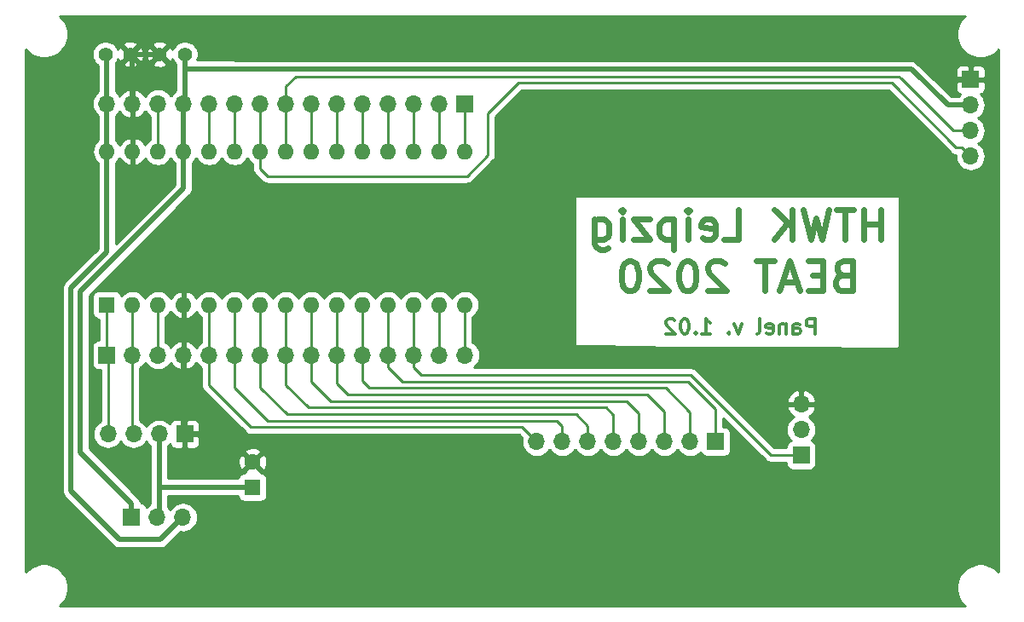
<source format=gbr>
G04 #@! TF.GenerationSoftware,KiCad,Pcbnew,(5.1.2)-2*
G04 #@! TF.CreationDate,2020-05-29T08:27:19+02:00*
G04 #@! TF.ProjectId,Hauptplatine_Arduino,48617570-7470-46c6-9174-696e655f4172,rev?*
G04 #@! TF.SameCoordinates,Original*
G04 #@! TF.FileFunction,Copper,L2,Bot*
G04 #@! TF.FilePolarity,Positive*
%FSLAX46Y46*%
G04 Gerber Fmt 4.6, Leading zero omitted, Abs format (unit mm)*
G04 Created by KiCad (PCBNEW (5.1.2)-2) date 2020-05-29 08:27:19*
%MOMM*%
%LPD*%
G04 APERTURE LIST*
%ADD10C,0.300000*%
%ADD11C,0.600000*%
%ADD12R,1.700000X1.700000*%
%ADD13O,1.700000X1.700000*%
%ADD14R,1.600000X1.600000*%
%ADD15O,1.600000X1.600000*%
%ADD16C,1.400000*%
%ADD17C,1.600000*%
%ADD18C,0.250000*%
%ADD19C,0.500000*%
%ADD20C,0.254000*%
G04 APERTURE END LIST*
D10*
X169757142Y-93878571D02*
X169757142Y-92378571D01*
X169185714Y-92378571D01*
X169042857Y-92450000D01*
X168971428Y-92521428D01*
X168900000Y-92664285D01*
X168900000Y-92878571D01*
X168971428Y-93021428D01*
X169042857Y-93092857D01*
X169185714Y-93164285D01*
X169757142Y-93164285D01*
X167614285Y-93878571D02*
X167614285Y-93092857D01*
X167685714Y-92950000D01*
X167828571Y-92878571D01*
X168114285Y-92878571D01*
X168257142Y-92950000D01*
X167614285Y-93807142D02*
X167757142Y-93878571D01*
X168114285Y-93878571D01*
X168257142Y-93807142D01*
X168328571Y-93664285D01*
X168328571Y-93521428D01*
X168257142Y-93378571D01*
X168114285Y-93307142D01*
X167757142Y-93307142D01*
X167614285Y-93235714D01*
X166900000Y-92878571D02*
X166900000Y-93878571D01*
X166900000Y-93021428D02*
X166828571Y-92950000D01*
X166685714Y-92878571D01*
X166471428Y-92878571D01*
X166328571Y-92950000D01*
X166257142Y-93092857D01*
X166257142Y-93878571D01*
X164971428Y-93807142D02*
X165114285Y-93878571D01*
X165400000Y-93878571D01*
X165542857Y-93807142D01*
X165614285Y-93664285D01*
X165614285Y-93092857D01*
X165542857Y-92950000D01*
X165400000Y-92878571D01*
X165114285Y-92878571D01*
X164971428Y-92950000D01*
X164900000Y-93092857D01*
X164900000Y-93235714D01*
X165614285Y-93378571D01*
X164042857Y-93878571D02*
X164185714Y-93807142D01*
X164257142Y-93664285D01*
X164257142Y-92378571D01*
X162471428Y-92878571D02*
X162114285Y-93878571D01*
X161757142Y-92878571D01*
X161185714Y-93735714D02*
X161114285Y-93807142D01*
X161185714Y-93878571D01*
X161257142Y-93807142D01*
X161185714Y-93735714D01*
X161185714Y-93878571D01*
X158542857Y-93878571D02*
X159400000Y-93878571D01*
X158971428Y-93878571D02*
X158971428Y-92378571D01*
X159114285Y-92592857D01*
X159257142Y-92735714D01*
X159400000Y-92807142D01*
X157900000Y-93735714D02*
X157828571Y-93807142D01*
X157900000Y-93878571D01*
X157971428Y-93807142D01*
X157900000Y-93735714D01*
X157900000Y-93878571D01*
X156900000Y-92378571D02*
X156757142Y-92378571D01*
X156614285Y-92450000D01*
X156542857Y-92521428D01*
X156471428Y-92664285D01*
X156400000Y-92950000D01*
X156400000Y-93307142D01*
X156471428Y-93592857D01*
X156542857Y-93735714D01*
X156614285Y-93807142D01*
X156757142Y-93878571D01*
X156900000Y-93878571D01*
X157042857Y-93807142D01*
X157114285Y-93735714D01*
X157185714Y-93592857D01*
X157257142Y-93307142D01*
X157257142Y-92950000D01*
X157185714Y-92664285D01*
X157114285Y-92521428D01*
X157042857Y-92450000D01*
X156900000Y-92378571D01*
X155828571Y-92521428D02*
X155757142Y-92450000D01*
X155614285Y-92378571D01*
X155257142Y-92378571D01*
X155114285Y-92450000D01*
X155042857Y-92521428D01*
X154971428Y-92664285D01*
X154971428Y-92807142D01*
X155042857Y-93021428D01*
X155900000Y-93878571D01*
X154971428Y-93878571D01*
D11*
X176314285Y-84507142D02*
X176314285Y-81507142D01*
X176314285Y-82935714D02*
X174600000Y-82935714D01*
X174600000Y-84507142D02*
X174600000Y-81507142D01*
X173600000Y-81507142D02*
X171885714Y-81507142D01*
X172742857Y-84507142D02*
X172742857Y-81507142D01*
X171171428Y-81507142D02*
X170457142Y-84507142D01*
X169885714Y-82364285D01*
X169314285Y-84507142D01*
X168600000Y-81507142D01*
X167457142Y-84507142D02*
X167457142Y-81507142D01*
X165742857Y-84507142D02*
X167028571Y-82792857D01*
X165742857Y-81507142D02*
X167457142Y-83221428D01*
X160742857Y-84507142D02*
X162171428Y-84507142D01*
X162171428Y-81507142D01*
X158600000Y-84364285D02*
X158885714Y-84507142D01*
X159457142Y-84507142D01*
X159742857Y-84364285D01*
X159885714Y-84078571D01*
X159885714Y-82935714D01*
X159742857Y-82650000D01*
X159457142Y-82507142D01*
X158885714Y-82507142D01*
X158600000Y-82650000D01*
X158457142Y-82935714D01*
X158457142Y-83221428D01*
X159885714Y-83507142D01*
X157171428Y-84507142D02*
X157171428Y-82507142D01*
X157171428Y-81507142D02*
X157314285Y-81650000D01*
X157171428Y-81792857D01*
X157028571Y-81650000D01*
X157171428Y-81507142D01*
X157171428Y-81792857D01*
X155742857Y-82507142D02*
X155742857Y-85507142D01*
X155742857Y-82650000D02*
X155457142Y-82507142D01*
X154885714Y-82507142D01*
X154600000Y-82650000D01*
X154457142Y-82792857D01*
X154314285Y-83078571D01*
X154314285Y-83935714D01*
X154457142Y-84221428D01*
X154600000Y-84364285D01*
X154885714Y-84507142D01*
X155457142Y-84507142D01*
X155742857Y-84364285D01*
X153314285Y-82507142D02*
X151742857Y-82507142D01*
X153314285Y-84507142D01*
X151742857Y-84507142D01*
X150600000Y-84507142D02*
X150600000Y-82507142D01*
X150600000Y-81507142D02*
X150742857Y-81650000D01*
X150600000Y-81792857D01*
X150457142Y-81650000D01*
X150600000Y-81507142D01*
X150600000Y-81792857D01*
X147885714Y-82507142D02*
X147885714Y-84935714D01*
X148028571Y-85221428D01*
X148171428Y-85364285D01*
X148457142Y-85507142D01*
X148885714Y-85507142D01*
X149171428Y-85364285D01*
X147885714Y-84364285D02*
X148171428Y-84507142D01*
X148742857Y-84507142D01*
X149028571Y-84364285D01*
X149171428Y-84221428D01*
X149314285Y-83935714D01*
X149314285Y-83078571D01*
X149171428Y-82792857D01*
X149028571Y-82650000D01*
X148742857Y-82507142D01*
X148171428Y-82507142D01*
X147885714Y-82650000D01*
X172528571Y-88035714D02*
X172100000Y-88178571D01*
X171957142Y-88321428D01*
X171814285Y-88607142D01*
X171814285Y-89035714D01*
X171957142Y-89321428D01*
X172100000Y-89464285D01*
X172385714Y-89607142D01*
X173528571Y-89607142D01*
X173528571Y-86607142D01*
X172528571Y-86607142D01*
X172242857Y-86750000D01*
X172100000Y-86892857D01*
X171957142Y-87178571D01*
X171957142Y-87464285D01*
X172100000Y-87750000D01*
X172242857Y-87892857D01*
X172528571Y-88035714D01*
X173528571Y-88035714D01*
X170528571Y-88035714D02*
X169528571Y-88035714D01*
X169100000Y-89607142D02*
X170528571Y-89607142D01*
X170528571Y-86607142D01*
X169100000Y-86607142D01*
X167957142Y-88750000D02*
X166528571Y-88750000D01*
X168242857Y-89607142D02*
X167242857Y-86607142D01*
X166242857Y-89607142D01*
X165671428Y-86607142D02*
X163957142Y-86607142D01*
X164814285Y-89607142D02*
X164814285Y-86607142D01*
X160814285Y-86892857D02*
X160671428Y-86750000D01*
X160385714Y-86607142D01*
X159671428Y-86607142D01*
X159385714Y-86750000D01*
X159242857Y-86892857D01*
X159100000Y-87178571D01*
X159100000Y-87464285D01*
X159242857Y-87892857D01*
X160957142Y-89607142D01*
X159100000Y-89607142D01*
X157242857Y-86607142D02*
X156957142Y-86607142D01*
X156671428Y-86750000D01*
X156528571Y-86892857D01*
X156385714Y-87178571D01*
X156242857Y-87750000D01*
X156242857Y-88464285D01*
X156385714Y-89035714D01*
X156528571Y-89321428D01*
X156671428Y-89464285D01*
X156957142Y-89607142D01*
X157242857Y-89607142D01*
X157528571Y-89464285D01*
X157671428Y-89321428D01*
X157814285Y-89035714D01*
X157957142Y-88464285D01*
X157957142Y-87750000D01*
X157814285Y-87178571D01*
X157671428Y-86892857D01*
X157528571Y-86750000D01*
X157242857Y-86607142D01*
X155100000Y-86892857D02*
X154957142Y-86750000D01*
X154671428Y-86607142D01*
X153957142Y-86607142D01*
X153671428Y-86750000D01*
X153528571Y-86892857D01*
X153385714Y-87178571D01*
X153385714Y-87464285D01*
X153528571Y-87892857D01*
X155242857Y-89607142D01*
X153385714Y-89607142D01*
X151528571Y-86607142D02*
X151242857Y-86607142D01*
X150957142Y-86750000D01*
X150814285Y-86892857D01*
X150671428Y-87178571D01*
X150528571Y-87750000D01*
X150528571Y-88464285D01*
X150671428Y-89035714D01*
X150814285Y-89321428D01*
X150957142Y-89464285D01*
X151242857Y-89607142D01*
X151528571Y-89607142D01*
X151814285Y-89464285D01*
X151957142Y-89321428D01*
X152100000Y-89035714D01*
X152242857Y-88464285D01*
X152242857Y-87750000D01*
X152100000Y-87178571D01*
X151957142Y-86892857D01*
X151814285Y-86750000D01*
X151528571Y-86607142D01*
D12*
X101900000Y-112100000D03*
D13*
X104440000Y-112100000D03*
X106980000Y-112100000D03*
D14*
X99440000Y-91000000D03*
D15*
X132460000Y-75760000D03*
X101980000Y-91000000D03*
X129920000Y-75760000D03*
X104520000Y-91000000D03*
X127380000Y-75760000D03*
X107060000Y-91000000D03*
X124840000Y-75760000D03*
X109600000Y-91000000D03*
X122300000Y-75760000D03*
X112140000Y-91000000D03*
X119760000Y-75760000D03*
X114680000Y-91000000D03*
X117220000Y-75760000D03*
X117220000Y-91000000D03*
X114680000Y-75760000D03*
X119760000Y-91000000D03*
X112140000Y-75760000D03*
X122300000Y-91000000D03*
X109600000Y-75760000D03*
X124840000Y-91000000D03*
X107060000Y-75760000D03*
X127380000Y-91000000D03*
X104520000Y-75760000D03*
X129920000Y-91000000D03*
X101980000Y-75760000D03*
X132460000Y-91000000D03*
X99440000Y-75760000D03*
X135000000Y-91000000D03*
X135000000Y-75760000D03*
D16*
X104700000Y-66100000D03*
X107200000Y-66100000D03*
D14*
X113910000Y-109120000D03*
D17*
X113910000Y-106620000D03*
D12*
X107180000Y-103820000D03*
D13*
X104640000Y-103820000D03*
X102100000Y-103820000D03*
X99560000Y-103820000D03*
X135000000Y-96000000D03*
X132460000Y-96000000D03*
X129920000Y-96000000D03*
X127380000Y-96000000D03*
X124840000Y-96000000D03*
X122300000Y-96000000D03*
X119760000Y-96000000D03*
X117220000Y-96000000D03*
X114680000Y-96000000D03*
X112140000Y-96000000D03*
X109600000Y-96000000D03*
X107060000Y-96000000D03*
X104520000Y-96000000D03*
X101980000Y-96000000D03*
D12*
X99440000Y-96000000D03*
X135000000Y-71000000D03*
D13*
X132460000Y-71000000D03*
X129920000Y-71000000D03*
X127380000Y-71000000D03*
X124840000Y-71000000D03*
X122300000Y-71000000D03*
X119760000Y-71000000D03*
X117220000Y-71000000D03*
X114680000Y-71000000D03*
X112140000Y-71000000D03*
X109600000Y-71000000D03*
X107060000Y-71000000D03*
X104520000Y-71000000D03*
X101980000Y-71000000D03*
X99440000Y-71000000D03*
D12*
X185200000Y-68600000D03*
D13*
X185200000Y-71140000D03*
X185200000Y-73680000D03*
X185200000Y-76220000D03*
D12*
X159900000Y-104600000D03*
D13*
X157360000Y-104600000D03*
X154820000Y-104600000D03*
X152280000Y-104600000D03*
X149740000Y-104600000D03*
X147200000Y-104600000D03*
X144660000Y-104600000D03*
X142120000Y-104600000D03*
D16*
X99300000Y-66100000D03*
X101800000Y-66100000D03*
D12*
X168390000Y-105930000D03*
D13*
X168390000Y-103390000D03*
X168390000Y-100850000D03*
D18*
X99440000Y-91000000D02*
X99440000Y-96000000D01*
X99560000Y-96120000D02*
X99440000Y-96000000D01*
X99560000Y-103820000D02*
X99560000Y-96120000D01*
X132460000Y-74628630D02*
X132460000Y-71000000D01*
X132460000Y-75760000D02*
X132460000Y-74628630D01*
X101980000Y-96000000D02*
X101980000Y-91000000D01*
X101980000Y-103700000D02*
X102100000Y-103820000D01*
X101980000Y-96000000D02*
X101980000Y-103700000D01*
X129920000Y-74628630D02*
X129920000Y-71000000D01*
X129920000Y-75760000D02*
X129920000Y-74628630D01*
X104520000Y-91000000D02*
X104520000Y-96000000D01*
X127380000Y-71000000D02*
X127380000Y-75760000D01*
X107060000Y-92131370D02*
X107060000Y-96000000D01*
X107060000Y-91000000D02*
X107060000Y-92131370D01*
X101980000Y-71000000D02*
X101980000Y-75760000D01*
D19*
X107060000Y-103700000D02*
X107180000Y-103820000D01*
X107060000Y-96000000D02*
X107060000Y-103700000D01*
X111110000Y-103820000D02*
X107180000Y-103820000D01*
X113910000Y-106620000D02*
X111110000Y-103820000D01*
X101980000Y-66280000D02*
X101800000Y-66100000D01*
X101980000Y-71000000D02*
X101980000Y-66280000D01*
X104700000Y-66100000D02*
X101800000Y-66100000D01*
X109420000Y-63840000D02*
X104060000Y-63840000D01*
X104060000Y-63840000D02*
X101800000Y-66100000D01*
X181692806Y-68600000D02*
X179722796Y-66629990D01*
X185200000Y-68600000D02*
X181692806Y-68600000D01*
X112209990Y-66629990D02*
X109420000Y-63840000D01*
X179722796Y-66629990D02*
X112209990Y-66629990D01*
D18*
X124840000Y-75760000D02*
X124840000Y-71000000D01*
X109600000Y-91000000D02*
X109600000Y-96000000D01*
X109600000Y-98990000D02*
X109600000Y-98550000D01*
X113760010Y-103150010D02*
X109600000Y-98990000D01*
X140670010Y-103150010D02*
X113760010Y-103150010D01*
X142120000Y-104600000D02*
X140670010Y-103150010D01*
X109600000Y-98550000D02*
X109600000Y-96000000D01*
X122300000Y-72202081D02*
X122300000Y-75760000D01*
X122300000Y-71000000D02*
X122300000Y-72202081D01*
X112140000Y-92131370D02*
X112140000Y-96000000D01*
X112140000Y-91000000D02*
X112140000Y-92131370D01*
X144660000Y-103060000D02*
X144660000Y-104600000D01*
X144100000Y-102500000D02*
X144660000Y-103060000D01*
X115400000Y-102500000D02*
X144100000Y-102500000D01*
X112140000Y-99240000D02*
X112470000Y-99570000D01*
X112140000Y-96000000D02*
X112140000Y-99240000D01*
X112470000Y-99570000D02*
X115400000Y-102500000D01*
X119760000Y-74628630D02*
X119760000Y-71000000D01*
X119760000Y-75760000D02*
X119760000Y-74628630D01*
X114680000Y-91000000D02*
X114680000Y-96000000D01*
X147200000Y-103000000D02*
X147200000Y-104600000D01*
X146049990Y-101849990D02*
X147200000Y-103000000D01*
X120529990Y-101849990D02*
X120699990Y-101849990D01*
X120699990Y-101849990D02*
X146049990Y-101849990D01*
X117599990Y-101849990D02*
X120699990Y-101849990D01*
X117339990Y-101849990D02*
X117599990Y-101849990D01*
X114680000Y-99190000D02*
X117339990Y-101849990D01*
X114680000Y-96000000D02*
X114680000Y-99190000D01*
X117220000Y-74628630D02*
X117220000Y-71000000D01*
X117220000Y-75760000D02*
X117220000Y-74628630D01*
X183480000Y-73680000D02*
X185200000Y-73680000D01*
X178105010Y-68305010D02*
X178300000Y-68500000D01*
X118194990Y-68305010D02*
X178105010Y-68305010D01*
X117220000Y-69280000D02*
X118194990Y-68305010D01*
X117220000Y-71000000D02*
X117220000Y-69280000D01*
X178300000Y-68500000D02*
X183480000Y-73680000D01*
X117220000Y-92131370D02*
X117220000Y-96000000D01*
X117220000Y-91000000D02*
X117220000Y-92131370D01*
X149740000Y-101940000D02*
X149740000Y-104600000D01*
X148999980Y-101199980D02*
X149740000Y-101940000D01*
X117220000Y-96000000D02*
X117220000Y-98970000D01*
X119449980Y-101199980D02*
X122650020Y-101199980D01*
X117220000Y-98970000D02*
X119449980Y-101199980D01*
X122419980Y-101199980D02*
X122650020Y-101199980D01*
X122650020Y-101199980D02*
X148999980Y-101199980D01*
X114680000Y-71000000D02*
X114680000Y-75760000D01*
X183770001Y-75370001D02*
X177355020Y-68955020D01*
X185200000Y-76220000D02*
X184350001Y-75370001D01*
X184350001Y-75370001D02*
X183770001Y-75370001D01*
X177355020Y-68955020D02*
X140344980Y-68955020D01*
X140344980Y-68955020D02*
X137300000Y-72000000D01*
X137300000Y-72000000D02*
X137300000Y-76100000D01*
X137300000Y-76100000D02*
X135200000Y-78200000D01*
X114680000Y-75760000D02*
X114680000Y-77480000D01*
X115400000Y-78200000D02*
X117600000Y-78200000D01*
X114680000Y-77480000D02*
X115400000Y-78200000D01*
X135200000Y-78200000D02*
X117600000Y-78200000D01*
X117600000Y-78200000D02*
X117120000Y-78200000D01*
X119760000Y-91000000D02*
X119760000Y-96000000D01*
X152280000Y-101780000D02*
X152280000Y-104600000D01*
X151049970Y-100549970D02*
X152280000Y-101780000D01*
X121689970Y-100549970D02*
X151049970Y-100549970D01*
X119760000Y-98620000D02*
X121689970Y-100549970D01*
X119760000Y-96000000D02*
X119760000Y-98620000D01*
X112140000Y-74628630D02*
X112140000Y-71000000D01*
X112140000Y-75760000D02*
X112140000Y-74628630D01*
X122300000Y-92131370D02*
X122300000Y-96000000D01*
X122300000Y-91000000D02*
X122300000Y-92131370D01*
X122300000Y-96000000D02*
X122300000Y-98822829D01*
X123377131Y-99899960D02*
X153099960Y-99899960D01*
X122300000Y-98822829D02*
X123377131Y-99899960D01*
X154820000Y-101620000D02*
X154820000Y-103680000D01*
X153099960Y-99899960D02*
X154820000Y-101620000D01*
X154820000Y-104600000D02*
X154820000Y-103680000D01*
X109600000Y-74628630D02*
X109600000Y-71000000D01*
X109600000Y-75760000D02*
X109600000Y-74628630D01*
X124840000Y-92131370D02*
X124840000Y-96000000D01*
X124840000Y-91000000D02*
X124840000Y-92131370D01*
X153369202Y-99249950D02*
X153369252Y-99250000D01*
X157360000Y-101660000D02*
X157360000Y-104600000D01*
X153369252Y-99250000D02*
X154950000Y-99250000D01*
X154950000Y-99250000D02*
X157360000Y-101660000D01*
X124840000Y-96000000D02*
X124840000Y-98590000D01*
X125499950Y-99249950D02*
X127119950Y-99249950D01*
X124840000Y-98590000D02*
X125499950Y-99249950D01*
X126887869Y-99249950D02*
X127119950Y-99249950D01*
X127119950Y-99249950D02*
X153369202Y-99249950D01*
D19*
X104640000Y-111900000D02*
X104440000Y-112100000D01*
X104780000Y-109120000D02*
X104640000Y-109260000D01*
X113910000Y-109120000D02*
X104780000Y-109120000D01*
X104640000Y-103820000D02*
X104640000Y-109260000D01*
X104640000Y-109260000D02*
X104640000Y-111900000D01*
D18*
X127380000Y-91000000D02*
X127380000Y-96000000D01*
X159900000Y-101350000D02*
X159900000Y-104600000D01*
X157149940Y-98599940D02*
X159900000Y-101350000D01*
X128777859Y-98599940D02*
X157149940Y-98599940D01*
X127380000Y-97202081D02*
X128777859Y-98599940D01*
X127380000Y-96000000D02*
X127380000Y-97202081D01*
X104520000Y-74628630D02*
X104520000Y-71000000D01*
X104520000Y-75760000D02*
X104520000Y-74628630D01*
X129920000Y-91000000D02*
X129920000Y-96000000D01*
X165399252Y-105930000D02*
X157419182Y-97949930D01*
X168390000Y-105930000D02*
X165399252Y-105930000D01*
X130667849Y-97949930D02*
X132189930Y-97949930D01*
X129920000Y-97202081D02*
X130667849Y-97949930D01*
X129920000Y-96000000D02*
X129920000Y-97202081D01*
X157419182Y-97949930D02*
X132189930Y-97949930D01*
X132189930Y-97949930D02*
X131869930Y-97949930D01*
X132460000Y-92131370D02*
X132460000Y-96000000D01*
X132460000Y-91000000D02*
X132460000Y-92131370D01*
D19*
X104780000Y-114300000D02*
X106980000Y-112100000D01*
X100700000Y-114300000D02*
X104780000Y-114300000D01*
X99440000Y-75760000D02*
X99440000Y-71000000D01*
X99440000Y-66240000D02*
X99300000Y-66100000D01*
X99440000Y-71000000D02*
X99440000Y-66240000D01*
X95899990Y-109499990D02*
X100200000Y-113800000D01*
X95899990Y-89327204D02*
X95899990Y-109499990D01*
X99440000Y-85787194D02*
X95899990Y-89327204D01*
X99440000Y-75760000D02*
X99440000Y-85787194D01*
X99600000Y-113200000D02*
X100200000Y-113800000D01*
X100200000Y-113800000D02*
X100700000Y-114300000D01*
D18*
X135000000Y-92131370D02*
X135000000Y-96000000D01*
X135000000Y-91000000D02*
X135000000Y-92131370D01*
X135000000Y-74628630D02*
X135000000Y-71000000D01*
X135000000Y-75760000D02*
X135000000Y-74628630D01*
D19*
X101900000Y-110750000D02*
X96800000Y-105650000D01*
X101900000Y-112100000D02*
X101900000Y-110750000D01*
X107060000Y-79440000D02*
X96800000Y-89700000D01*
X107060000Y-75760000D02*
X107060000Y-79440000D01*
X96800000Y-105650000D02*
X96800000Y-89700000D01*
X107060000Y-75760000D02*
X107060000Y-71000000D01*
X107200000Y-70860000D02*
X107060000Y-71000000D01*
X107370000Y-67530000D02*
X107200000Y-67700000D01*
X179350000Y-67530000D02*
X107370000Y-67530000D01*
X182960000Y-71140000D02*
X179350000Y-67530000D01*
X185200000Y-71140000D02*
X182960000Y-71140000D01*
X107200000Y-66100000D02*
X107200000Y-67700000D01*
X107200000Y-67700000D02*
X107200000Y-70860000D01*
D20*
G36*
X184347450Y-62579651D02*
G01*
X184086440Y-62970279D01*
X183906654Y-63404321D01*
X183815000Y-63865098D01*
X183815000Y-64334902D01*
X183906654Y-64795679D01*
X184086440Y-65229721D01*
X184347450Y-65620349D01*
X184679651Y-65952550D01*
X185070279Y-66213560D01*
X185504321Y-66393346D01*
X185965098Y-66485000D01*
X186434902Y-66485000D01*
X186895679Y-66393346D01*
X187329721Y-66213560D01*
X187720349Y-65952550D01*
X188015000Y-65657899D01*
X188015001Y-117542102D01*
X187720349Y-117247450D01*
X187329721Y-116986440D01*
X186895679Y-116806654D01*
X186434902Y-116715000D01*
X185965098Y-116715000D01*
X185504321Y-116806654D01*
X185070279Y-116986440D01*
X184679651Y-117247450D01*
X184347450Y-117579651D01*
X184086440Y-117970279D01*
X183906654Y-118404321D01*
X183815000Y-118865098D01*
X183815000Y-119334902D01*
X183906654Y-119795679D01*
X184086440Y-120229721D01*
X184347450Y-120620349D01*
X184642101Y-120915000D01*
X94757899Y-120915000D01*
X95052550Y-120620349D01*
X95313560Y-120229721D01*
X95493346Y-119795679D01*
X95585000Y-119334902D01*
X95585000Y-118865098D01*
X95493346Y-118404321D01*
X95313560Y-117970279D01*
X95052550Y-117579651D01*
X94720349Y-117247450D01*
X94329721Y-116986440D01*
X93895679Y-116806654D01*
X93434902Y-116715000D01*
X92965098Y-116715000D01*
X92504321Y-116806654D01*
X92070279Y-116986440D01*
X91679651Y-117247450D01*
X91385000Y-117542101D01*
X91385000Y-89327204D01*
X95010709Y-89327204D01*
X95014990Y-89370673D01*
X95014991Y-109456511D01*
X95010709Y-109499990D01*
X95027795Y-109673480D01*
X95078402Y-109840303D01*
X95160580Y-109994049D01*
X95243458Y-110095036D01*
X95243461Y-110095039D01*
X95271174Y-110128807D01*
X95304941Y-110156520D01*
X99604953Y-114456532D01*
X99604959Y-114456537D01*
X100043466Y-114895044D01*
X100071183Y-114928817D01*
X100205941Y-115039411D01*
X100359687Y-115121589D01*
X100526510Y-115172195D01*
X100656523Y-115185000D01*
X100656531Y-115185000D01*
X100700000Y-115189281D01*
X100743469Y-115185000D01*
X104736531Y-115185000D01*
X104780000Y-115189281D01*
X104823469Y-115185000D01*
X104823477Y-115185000D01*
X104953490Y-115172195D01*
X105120313Y-115121589D01*
X105274059Y-115039411D01*
X105408817Y-114928817D01*
X105436534Y-114895044D01*
X106760967Y-113570612D01*
X106907050Y-113585000D01*
X107052950Y-113585000D01*
X107271111Y-113563513D01*
X107551034Y-113478599D01*
X107809014Y-113340706D01*
X108035134Y-113155134D01*
X108220706Y-112929014D01*
X108358599Y-112671034D01*
X108443513Y-112391111D01*
X108472185Y-112100000D01*
X108443513Y-111808889D01*
X108358599Y-111528966D01*
X108220706Y-111270986D01*
X108035134Y-111044866D01*
X107809014Y-110859294D01*
X107551034Y-110721401D01*
X107271111Y-110636487D01*
X107052950Y-110615000D01*
X106907050Y-110615000D01*
X106688889Y-110636487D01*
X106408966Y-110721401D01*
X106150986Y-110859294D01*
X105924866Y-111044866D01*
X105739294Y-111270986D01*
X105710000Y-111325791D01*
X105680706Y-111270986D01*
X105525000Y-111081258D01*
X105525000Y-110005000D01*
X112480299Y-110005000D01*
X112484188Y-110044482D01*
X112520498Y-110164180D01*
X112579463Y-110274494D01*
X112658815Y-110371185D01*
X112755506Y-110450537D01*
X112865820Y-110509502D01*
X112985518Y-110545812D01*
X113110000Y-110558072D01*
X114710000Y-110558072D01*
X114834482Y-110545812D01*
X114954180Y-110509502D01*
X115064494Y-110450537D01*
X115161185Y-110371185D01*
X115240537Y-110274494D01*
X115299502Y-110164180D01*
X115335812Y-110044482D01*
X115348072Y-109920000D01*
X115348072Y-108320000D01*
X115335812Y-108195518D01*
X115299502Y-108075820D01*
X115240537Y-107965506D01*
X115161185Y-107868815D01*
X115064494Y-107789463D01*
X114954180Y-107730498D01*
X114834482Y-107694188D01*
X114710000Y-107681928D01*
X114702785Y-107681928D01*
X114723097Y-107612702D01*
X113910000Y-106799605D01*
X113096903Y-107612702D01*
X113117215Y-107681928D01*
X113110000Y-107681928D01*
X112985518Y-107694188D01*
X112865820Y-107730498D01*
X112755506Y-107789463D01*
X112658815Y-107868815D01*
X112579463Y-107965506D01*
X112520498Y-108075820D01*
X112484188Y-108195518D01*
X112480299Y-108235000D01*
X105525000Y-108235000D01*
X105525000Y-106690512D01*
X112469783Y-106690512D01*
X112511213Y-106970130D01*
X112606397Y-107236292D01*
X112673329Y-107361514D01*
X112917298Y-107433097D01*
X113730395Y-106620000D01*
X114089605Y-106620000D01*
X114902702Y-107433097D01*
X115146671Y-107361514D01*
X115267571Y-107106004D01*
X115336300Y-106831816D01*
X115350217Y-106549488D01*
X115308787Y-106269870D01*
X115213603Y-106003708D01*
X115146671Y-105878486D01*
X114902702Y-105806903D01*
X114089605Y-106620000D01*
X113730395Y-106620000D01*
X112917298Y-105806903D01*
X112673329Y-105878486D01*
X112552429Y-106133996D01*
X112483700Y-106408184D01*
X112469783Y-106690512D01*
X105525000Y-106690512D01*
X105525000Y-105627298D01*
X113096903Y-105627298D01*
X113910000Y-106440395D01*
X114723097Y-105627298D01*
X114651514Y-105383329D01*
X114396004Y-105262429D01*
X114121816Y-105193700D01*
X113839488Y-105179783D01*
X113559870Y-105221213D01*
X113293708Y-105316397D01*
X113168486Y-105383329D01*
X113096903Y-105627298D01*
X105525000Y-105627298D01*
X105525000Y-105014759D01*
X105695134Y-104875134D01*
X105719607Y-104845313D01*
X105740498Y-104914180D01*
X105799463Y-105024494D01*
X105878815Y-105121185D01*
X105975506Y-105200537D01*
X106085820Y-105259502D01*
X106205518Y-105295812D01*
X106330000Y-105308072D01*
X106894250Y-105305000D01*
X107053000Y-105146250D01*
X107053000Y-103947000D01*
X107307000Y-103947000D01*
X107307000Y-105146250D01*
X107465750Y-105305000D01*
X108030000Y-105308072D01*
X108154482Y-105295812D01*
X108274180Y-105259502D01*
X108384494Y-105200537D01*
X108481185Y-105121185D01*
X108560537Y-105024494D01*
X108619502Y-104914180D01*
X108655812Y-104794482D01*
X108668072Y-104670000D01*
X108665000Y-104105750D01*
X108506250Y-103947000D01*
X107307000Y-103947000D01*
X107053000Y-103947000D01*
X107033000Y-103947000D01*
X107033000Y-103693000D01*
X107053000Y-103693000D01*
X107053000Y-102493750D01*
X107307000Y-102493750D01*
X107307000Y-103693000D01*
X108506250Y-103693000D01*
X108665000Y-103534250D01*
X108668072Y-102970000D01*
X108655812Y-102845518D01*
X108619502Y-102725820D01*
X108560537Y-102615506D01*
X108481185Y-102518815D01*
X108384494Y-102439463D01*
X108274180Y-102380498D01*
X108154482Y-102344188D01*
X108030000Y-102331928D01*
X107465750Y-102335000D01*
X107307000Y-102493750D01*
X107053000Y-102493750D01*
X106894250Y-102335000D01*
X106330000Y-102331928D01*
X106205518Y-102344188D01*
X106085820Y-102380498D01*
X105975506Y-102439463D01*
X105878815Y-102518815D01*
X105799463Y-102615506D01*
X105740498Y-102725820D01*
X105719607Y-102794687D01*
X105695134Y-102764866D01*
X105469014Y-102579294D01*
X105211034Y-102441401D01*
X104931111Y-102356487D01*
X104712950Y-102335000D01*
X104567050Y-102335000D01*
X104348889Y-102356487D01*
X104068966Y-102441401D01*
X103810986Y-102579294D01*
X103584866Y-102764866D01*
X103399294Y-102990986D01*
X103370000Y-103045791D01*
X103340706Y-102990986D01*
X103155134Y-102764866D01*
X102929014Y-102579294D01*
X102740000Y-102478264D01*
X102740000Y-97277595D01*
X102809014Y-97240706D01*
X103035134Y-97055134D01*
X103220706Y-96829014D01*
X103250000Y-96774209D01*
X103279294Y-96829014D01*
X103464866Y-97055134D01*
X103690986Y-97240706D01*
X103948966Y-97378599D01*
X104228889Y-97463513D01*
X104447050Y-97485000D01*
X104592950Y-97485000D01*
X104811111Y-97463513D01*
X105091034Y-97378599D01*
X105349014Y-97240706D01*
X105575134Y-97055134D01*
X105760706Y-96829014D01*
X105795201Y-96764477D01*
X105864822Y-96881355D01*
X106059731Y-97097588D01*
X106293080Y-97271641D01*
X106555901Y-97396825D01*
X106703110Y-97441476D01*
X106933000Y-97320155D01*
X106933000Y-96127000D01*
X106913000Y-96127000D01*
X106913000Y-95873000D01*
X106933000Y-95873000D01*
X106933000Y-94679845D01*
X106703110Y-94558524D01*
X106555901Y-94603175D01*
X106293080Y-94728359D01*
X106059731Y-94902412D01*
X105864822Y-95118645D01*
X105795201Y-95235523D01*
X105760706Y-95170986D01*
X105575134Y-94944866D01*
X105349014Y-94759294D01*
X105280000Y-94722405D01*
X105280000Y-92220901D01*
X105321101Y-92198932D01*
X105539608Y-92019608D01*
X105718932Y-91801101D01*
X105792579Y-91663318D01*
X105907615Y-91855131D01*
X106096586Y-92063519D01*
X106322580Y-92231037D01*
X106576913Y-92351246D01*
X106710961Y-92391904D01*
X106933000Y-92269915D01*
X106933000Y-91127000D01*
X106913000Y-91127000D01*
X106913000Y-90873000D01*
X106933000Y-90873000D01*
X106933000Y-89730085D01*
X107187000Y-89730085D01*
X107187000Y-90873000D01*
X107207000Y-90873000D01*
X107207000Y-91127000D01*
X107187000Y-91127000D01*
X107187000Y-92269915D01*
X107409039Y-92391904D01*
X107543087Y-92351246D01*
X107797420Y-92231037D01*
X108023414Y-92063519D01*
X108212385Y-91855131D01*
X108327421Y-91663318D01*
X108401068Y-91801101D01*
X108580392Y-92019608D01*
X108798899Y-92198932D01*
X108840000Y-92220901D01*
X108840001Y-94722405D01*
X108770986Y-94759294D01*
X108544866Y-94944866D01*
X108359294Y-95170986D01*
X108324799Y-95235523D01*
X108255178Y-95118645D01*
X108060269Y-94902412D01*
X107826920Y-94728359D01*
X107564099Y-94603175D01*
X107416890Y-94558524D01*
X107187000Y-94679845D01*
X107187000Y-95873000D01*
X107207000Y-95873000D01*
X107207000Y-96127000D01*
X107187000Y-96127000D01*
X107187000Y-97320155D01*
X107416890Y-97441476D01*
X107564099Y-97396825D01*
X107826920Y-97271641D01*
X108060269Y-97097588D01*
X108255178Y-96881355D01*
X108324799Y-96764477D01*
X108359294Y-96829014D01*
X108544866Y-97055134D01*
X108770986Y-97240706D01*
X108840000Y-97277595D01*
X108840000Y-98952678D01*
X108836324Y-98990000D01*
X108840000Y-99027322D01*
X108840000Y-99027332D01*
X108850997Y-99138985D01*
X108889218Y-99264986D01*
X108894454Y-99282246D01*
X108965026Y-99414276D01*
X108970557Y-99421015D01*
X109059999Y-99530001D01*
X109089003Y-99553804D01*
X113196210Y-103661012D01*
X113220009Y-103690011D01*
X113249007Y-103713809D01*
X113335734Y-103784984D01*
X113467763Y-103855556D01*
X113611024Y-103899013D01*
X113760010Y-103913687D01*
X113797343Y-103910010D01*
X140355209Y-103910010D01*
X140679203Y-104234004D01*
X140656487Y-104308889D01*
X140627815Y-104600000D01*
X140656487Y-104891111D01*
X140741401Y-105171034D01*
X140879294Y-105429014D01*
X141064866Y-105655134D01*
X141290986Y-105840706D01*
X141548966Y-105978599D01*
X141828889Y-106063513D01*
X142047050Y-106085000D01*
X142192950Y-106085000D01*
X142411111Y-106063513D01*
X142691034Y-105978599D01*
X142949014Y-105840706D01*
X143175134Y-105655134D01*
X143360706Y-105429014D01*
X143390000Y-105374209D01*
X143419294Y-105429014D01*
X143604866Y-105655134D01*
X143830986Y-105840706D01*
X144088966Y-105978599D01*
X144368889Y-106063513D01*
X144587050Y-106085000D01*
X144732950Y-106085000D01*
X144951111Y-106063513D01*
X145231034Y-105978599D01*
X145489014Y-105840706D01*
X145715134Y-105655134D01*
X145900706Y-105429014D01*
X145930000Y-105374209D01*
X145959294Y-105429014D01*
X146144866Y-105655134D01*
X146370986Y-105840706D01*
X146628966Y-105978599D01*
X146908889Y-106063513D01*
X147127050Y-106085000D01*
X147272950Y-106085000D01*
X147491111Y-106063513D01*
X147771034Y-105978599D01*
X148029014Y-105840706D01*
X148255134Y-105655134D01*
X148440706Y-105429014D01*
X148470000Y-105374209D01*
X148499294Y-105429014D01*
X148684866Y-105655134D01*
X148910986Y-105840706D01*
X149168966Y-105978599D01*
X149448889Y-106063513D01*
X149667050Y-106085000D01*
X149812950Y-106085000D01*
X150031111Y-106063513D01*
X150311034Y-105978599D01*
X150569014Y-105840706D01*
X150795134Y-105655134D01*
X150980706Y-105429014D01*
X151010000Y-105374209D01*
X151039294Y-105429014D01*
X151224866Y-105655134D01*
X151450986Y-105840706D01*
X151708966Y-105978599D01*
X151988889Y-106063513D01*
X152207050Y-106085000D01*
X152352950Y-106085000D01*
X152571111Y-106063513D01*
X152851034Y-105978599D01*
X153109014Y-105840706D01*
X153335134Y-105655134D01*
X153520706Y-105429014D01*
X153550000Y-105374209D01*
X153579294Y-105429014D01*
X153764866Y-105655134D01*
X153990986Y-105840706D01*
X154248966Y-105978599D01*
X154528889Y-106063513D01*
X154747050Y-106085000D01*
X154892950Y-106085000D01*
X155111111Y-106063513D01*
X155391034Y-105978599D01*
X155649014Y-105840706D01*
X155875134Y-105655134D01*
X156060706Y-105429014D01*
X156090000Y-105374209D01*
X156119294Y-105429014D01*
X156304866Y-105655134D01*
X156530986Y-105840706D01*
X156788966Y-105978599D01*
X157068889Y-106063513D01*
X157287050Y-106085000D01*
X157432950Y-106085000D01*
X157651111Y-106063513D01*
X157931034Y-105978599D01*
X158189014Y-105840706D01*
X158415134Y-105655134D01*
X158439607Y-105625313D01*
X158460498Y-105694180D01*
X158519463Y-105804494D01*
X158598815Y-105901185D01*
X158695506Y-105980537D01*
X158805820Y-106039502D01*
X158925518Y-106075812D01*
X159050000Y-106088072D01*
X160750000Y-106088072D01*
X160874482Y-106075812D01*
X160994180Y-106039502D01*
X161104494Y-105980537D01*
X161201185Y-105901185D01*
X161280537Y-105804494D01*
X161339502Y-105694180D01*
X161375812Y-105574482D01*
X161388072Y-105450000D01*
X161388072Y-103750000D01*
X161375812Y-103625518D01*
X161339502Y-103505820D01*
X161280537Y-103395506D01*
X161201185Y-103298815D01*
X161104494Y-103219463D01*
X160994180Y-103160498D01*
X160874482Y-103124188D01*
X160750000Y-103111928D01*
X160660000Y-103111928D01*
X160660000Y-102265549D01*
X164835453Y-106441003D01*
X164859251Y-106470001D01*
X164974976Y-106564974D01*
X165107005Y-106635546D01*
X165250266Y-106679003D01*
X165361919Y-106690000D01*
X165361928Y-106690000D01*
X165399251Y-106693676D01*
X165436574Y-106690000D01*
X166901928Y-106690000D01*
X166901928Y-106780000D01*
X166914188Y-106904482D01*
X166950498Y-107024180D01*
X167009463Y-107134494D01*
X167088815Y-107231185D01*
X167185506Y-107310537D01*
X167295820Y-107369502D01*
X167415518Y-107405812D01*
X167540000Y-107418072D01*
X169240000Y-107418072D01*
X169364482Y-107405812D01*
X169484180Y-107369502D01*
X169594494Y-107310537D01*
X169691185Y-107231185D01*
X169770537Y-107134494D01*
X169829502Y-107024180D01*
X169865812Y-106904482D01*
X169878072Y-106780000D01*
X169878072Y-105080000D01*
X169865812Y-104955518D01*
X169829502Y-104835820D01*
X169770537Y-104725506D01*
X169691185Y-104628815D01*
X169594494Y-104549463D01*
X169484180Y-104490498D01*
X169415313Y-104469607D01*
X169445134Y-104445134D01*
X169630706Y-104219014D01*
X169768599Y-103961034D01*
X169853513Y-103681111D01*
X169882185Y-103390000D01*
X169853513Y-103098889D01*
X169768599Y-102818966D01*
X169630706Y-102560986D01*
X169445134Y-102334866D01*
X169219014Y-102149294D01*
X169154477Y-102114799D01*
X169271355Y-102045178D01*
X169487588Y-101850269D01*
X169661641Y-101616920D01*
X169786825Y-101354099D01*
X169831476Y-101206890D01*
X169710155Y-100977000D01*
X168517000Y-100977000D01*
X168517000Y-100997000D01*
X168263000Y-100997000D01*
X168263000Y-100977000D01*
X167069845Y-100977000D01*
X166948524Y-101206890D01*
X166993175Y-101354099D01*
X167118359Y-101616920D01*
X167292412Y-101850269D01*
X167508645Y-102045178D01*
X167625523Y-102114799D01*
X167560986Y-102149294D01*
X167334866Y-102334866D01*
X167149294Y-102560986D01*
X167011401Y-102818966D01*
X166926487Y-103098889D01*
X166897815Y-103390000D01*
X166926487Y-103681111D01*
X167011401Y-103961034D01*
X167149294Y-104219014D01*
X167334866Y-104445134D01*
X167364687Y-104469607D01*
X167295820Y-104490498D01*
X167185506Y-104549463D01*
X167088815Y-104628815D01*
X167009463Y-104725506D01*
X166950498Y-104835820D01*
X166914188Y-104955518D01*
X166901928Y-105080000D01*
X166901928Y-105170000D01*
X165714054Y-105170000D01*
X161037164Y-100493110D01*
X166948524Y-100493110D01*
X167069845Y-100723000D01*
X168263000Y-100723000D01*
X168263000Y-99529186D01*
X168517000Y-99529186D01*
X168517000Y-100723000D01*
X169710155Y-100723000D01*
X169831476Y-100493110D01*
X169786825Y-100345901D01*
X169661641Y-100083080D01*
X169487588Y-99849731D01*
X169271355Y-99654822D01*
X169021252Y-99505843D01*
X168746891Y-99408519D01*
X168517000Y-99529186D01*
X168263000Y-99529186D01*
X168033109Y-99408519D01*
X167758748Y-99505843D01*
X167508645Y-99654822D01*
X167292412Y-99849731D01*
X167118359Y-100083080D01*
X166993175Y-100345901D01*
X166948524Y-100493110D01*
X161037164Y-100493110D01*
X157982986Y-97438933D01*
X157959183Y-97409929D01*
X157843458Y-97314956D01*
X157711429Y-97244384D01*
X157568168Y-97200927D01*
X157456515Y-97189930D01*
X157456504Y-97189930D01*
X157419182Y-97186254D01*
X157381860Y-97189930D01*
X135890885Y-97189930D01*
X136055134Y-97055134D01*
X136240706Y-96829014D01*
X136378599Y-96571034D01*
X136463513Y-96291111D01*
X136492185Y-96000000D01*
X136463513Y-95708889D01*
X136378599Y-95428966D01*
X136240706Y-95170986D01*
X136055134Y-94944866D01*
X135829014Y-94759294D01*
X135760000Y-94722405D01*
X135760000Y-92220901D01*
X135801101Y-92198932D01*
X136019608Y-92019608D01*
X136198932Y-91801101D01*
X136332182Y-91551808D01*
X136414236Y-91281309D01*
X136441943Y-91000000D01*
X136414236Y-90718691D01*
X136332182Y-90448192D01*
X136198932Y-90198899D01*
X136019608Y-89980392D01*
X135801101Y-89801068D01*
X135551808Y-89667818D01*
X135281309Y-89585764D01*
X135070492Y-89565000D01*
X134929508Y-89565000D01*
X134718691Y-89585764D01*
X134448192Y-89667818D01*
X134198899Y-89801068D01*
X133980392Y-89980392D01*
X133801068Y-90198899D01*
X133730000Y-90331858D01*
X133658932Y-90198899D01*
X133479608Y-89980392D01*
X133261101Y-89801068D01*
X133011808Y-89667818D01*
X132741309Y-89585764D01*
X132530492Y-89565000D01*
X132389508Y-89565000D01*
X132178691Y-89585764D01*
X131908192Y-89667818D01*
X131658899Y-89801068D01*
X131440392Y-89980392D01*
X131261068Y-90198899D01*
X131190000Y-90331858D01*
X131118932Y-90198899D01*
X130939608Y-89980392D01*
X130721101Y-89801068D01*
X130471808Y-89667818D01*
X130201309Y-89585764D01*
X129990492Y-89565000D01*
X129849508Y-89565000D01*
X129638691Y-89585764D01*
X129368192Y-89667818D01*
X129118899Y-89801068D01*
X128900392Y-89980392D01*
X128721068Y-90198899D01*
X128650000Y-90331858D01*
X128578932Y-90198899D01*
X128399608Y-89980392D01*
X128181101Y-89801068D01*
X127931808Y-89667818D01*
X127661309Y-89585764D01*
X127450492Y-89565000D01*
X127309508Y-89565000D01*
X127098691Y-89585764D01*
X126828192Y-89667818D01*
X126578899Y-89801068D01*
X126360392Y-89980392D01*
X126181068Y-90198899D01*
X126110000Y-90331858D01*
X126038932Y-90198899D01*
X125859608Y-89980392D01*
X125641101Y-89801068D01*
X125391808Y-89667818D01*
X125121309Y-89585764D01*
X124910492Y-89565000D01*
X124769508Y-89565000D01*
X124558691Y-89585764D01*
X124288192Y-89667818D01*
X124038899Y-89801068D01*
X123820392Y-89980392D01*
X123641068Y-90198899D01*
X123570000Y-90331858D01*
X123498932Y-90198899D01*
X123319608Y-89980392D01*
X123101101Y-89801068D01*
X122851808Y-89667818D01*
X122581309Y-89585764D01*
X122370492Y-89565000D01*
X122229508Y-89565000D01*
X122018691Y-89585764D01*
X121748192Y-89667818D01*
X121498899Y-89801068D01*
X121280392Y-89980392D01*
X121101068Y-90198899D01*
X121030000Y-90331858D01*
X120958932Y-90198899D01*
X120779608Y-89980392D01*
X120561101Y-89801068D01*
X120311808Y-89667818D01*
X120041309Y-89585764D01*
X119830492Y-89565000D01*
X119689508Y-89565000D01*
X119478691Y-89585764D01*
X119208192Y-89667818D01*
X118958899Y-89801068D01*
X118740392Y-89980392D01*
X118561068Y-90198899D01*
X118490000Y-90331858D01*
X118418932Y-90198899D01*
X118239608Y-89980392D01*
X118021101Y-89801068D01*
X117771808Y-89667818D01*
X117501309Y-89585764D01*
X117290492Y-89565000D01*
X117149508Y-89565000D01*
X116938691Y-89585764D01*
X116668192Y-89667818D01*
X116418899Y-89801068D01*
X116200392Y-89980392D01*
X116021068Y-90198899D01*
X115950000Y-90331858D01*
X115878932Y-90198899D01*
X115699608Y-89980392D01*
X115481101Y-89801068D01*
X115231808Y-89667818D01*
X114961309Y-89585764D01*
X114750492Y-89565000D01*
X114609508Y-89565000D01*
X114398691Y-89585764D01*
X114128192Y-89667818D01*
X113878899Y-89801068D01*
X113660392Y-89980392D01*
X113481068Y-90198899D01*
X113410000Y-90331858D01*
X113338932Y-90198899D01*
X113159608Y-89980392D01*
X112941101Y-89801068D01*
X112691808Y-89667818D01*
X112421309Y-89585764D01*
X112210492Y-89565000D01*
X112069508Y-89565000D01*
X111858691Y-89585764D01*
X111588192Y-89667818D01*
X111338899Y-89801068D01*
X111120392Y-89980392D01*
X110941068Y-90198899D01*
X110870000Y-90331858D01*
X110798932Y-90198899D01*
X110619608Y-89980392D01*
X110401101Y-89801068D01*
X110151808Y-89667818D01*
X109881309Y-89585764D01*
X109670492Y-89565000D01*
X109529508Y-89565000D01*
X109318691Y-89585764D01*
X109048192Y-89667818D01*
X108798899Y-89801068D01*
X108580392Y-89980392D01*
X108401068Y-90198899D01*
X108327421Y-90336682D01*
X108212385Y-90144869D01*
X108023414Y-89936481D01*
X107797420Y-89768963D01*
X107543087Y-89648754D01*
X107409039Y-89608096D01*
X107187000Y-89730085D01*
X106933000Y-89730085D01*
X106710961Y-89608096D01*
X106576913Y-89648754D01*
X106322580Y-89768963D01*
X106096586Y-89936481D01*
X105907615Y-90144869D01*
X105792579Y-90336682D01*
X105718932Y-90198899D01*
X105539608Y-89980392D01*
X105321101Y-89801068D01*
X105071808Y-89667818D01*
X104801309Y-89585764D01*
X104590492Y-89565000D01*
X104449508Y-89565000D01*
X104238691Y-89585764D01*
X103968192Y-89667818D01*
X103718899Y-89801068D01*
X103500392Y-89980392D01*
X103321068Y-90198899D01*
X103250000Y-90331858D01*
X103178932Y-90198899D01*
X102999608Y-89980392D01*
X102781101Y-89801068D01*
X102531808Y-89667818D01*
X102261309Y-89585764D01*
X102050492Y-89565000D01*
X101909508Y-89565000D01*
X101698691Y-89585764D01*
X101428192Y-89667818D01*
X101178899Y-89801068D01*
X100960392Y-89980392D01*
X100867581Y-90093482D01*
X100865812Y-90075518D01*
X100829502Y-89955820D01*
X100770537Y-89845506D01*
X100691185Y-89748815D01*
X100594494Y-89669463D01*
X100484180Y-89610498D01*
X100364482Y-89574188D01*
X100240000Y-89561928D01*
X98640000Y-89561928D01*
X98515518Y-89574188D01*
X98395820Y-89610498D01*
X98285506Y-89669463D01*
X98188815Y-89748815D01*
X98109463Y-89845506D01*
X98050498Y-89955820D01*
X98014188Y-90075518D01*
X98001928Y-90200000D01*
X98001928Y-91800000D01*
X98014188Y-91924482D01*
X98050498Y-92044180D01*
X98109463Y-92154494D01*
X98188815Y-92251185D01*
X98285506Y-92330537D01*
X98395820Y-92389502D01*
X98515518Y-92425812D01*
X98640000Y-92438072D01*
X98680000Y-92438072D01*
X98680001Y-94511928D01*
X98590000Y-94511928D01*
X98465518Y-94524188D01*
X98345820Y-94560498D01*
X98235506Y-94619463D01*
X98138815Y-94698815D01*
X98059463Y-94795506D01*
X98000498Y-94905820D01*
X97964188Y-95025518D01*
X97951928Y-95150000D01*
X97951928Y-96850000D01*
X97964188Y-96974482D01*
X98000498Y-97094180D01*
X98059463Y-97204494D01*
X98138815Y-97301185D01*
X98235506Y-97380537D01*
X98345820Y-97439502D01*
X98465518Y-97475812D01*
X98590000Y-97488072D01*
X98800001Y-97488072D01*
X98800000Y-102542405D01*
X98730986Y-102579294D01*
X98504866Y-102764866D01*
X98319294Y-102990986D01*
X98181401Y-103248966D01*
X98096487Y-103528889D01*
X98067815Y-103820000D01*
X98096487Y-104111111D01*
X98181401Y-104391034D01*
X98319294Y-104649014D01*
X98504866Y-104875134D01*
X98730986Y-105060706D01*
X98988966Y-105198599D01*
X99268889Y-105283513D01*
X99487050Y-105305000D01*
X99632950Y-105305000D01*
X99851111Y-105283513D01*
X100131034Y-105198599D01*
X100389014Y-105060706D01*
X100615134Y-104875134D01*
X100800706Y-104649014D01*
X100830000Y-104594209D01*
X100859294Y-104649014D01*
X101044866Y-104875134D01*
X101270986Y-105060706D01*
X101528966Y-105198599D01*
X101808889Y-105283513D01*
X102027050Y-105305000D01*
X102172950Y-105305000D01*
X102391111Y-105283513D01*
X102671034Y-105198599D01*
X102929014Y-105060706D01*
X103155134Y-104875134D01*
X103340706Y-104649014D01*
X103370000Y-104594209D01*
X103399294Y-104649014D01*
X103584866Y-104875134D01*
X103755000Y-105014760D01*
X103755001Y-109216514D01*
X103755000Y-109216524D01*
X103755000Y-109216531D01*
X103750719Y-109260000D01*
X103755000Y-109303469D01*
X103755001Y-110782317D01*
X103610986Y-110859294D01*
X103384866Y-111044866D01*
X103360393Y-111074687D01*
X103339502Y-111005820D01*
X103280537Y-110895506D01*
X103201185Y-110798815D01*
X103104494Y-110719463D01*
X102994180Y-110660498D01*
X102874482Y-110624188D01*
X102775935Y-110614482D01*
X102772195Y-110576510D01*
X102721589Y-110409687D01*
X102639411Y-110255941D01*
X102528817Y-110121183D01*
X102495049Y-110093470D01*
X97685000Y-105283422D01*
X97685000Y-90066578D01*
X107478546Y-80273032D01*
X145873000Y-80273032D01*
X145873000Y-94973032D01*
X145875288Y-94997030D01*
X145882366Y-95020899D01*
X145893964Y-95042928D01*
X145909638Y-95062272D01*
X145928784Y-95078186D01*
X145950667Y-95090059D01*
X145974446Y-95097434D01*
X145999206Y-95100030D01*
X153900715Y-95149414D01*
X153900715Y-95230000D01*
X166794406Y-95230000D01*
X177999206Y-95300030D01*
X178024776Y-95297592D01*
X178048601Y-95290365D01*
X178070557Y-95278629D01*
X178089803Y-95262835D01*
X178105597Y-95243589D01*
X178117333Y-95221633D01*
X178124560Y-95197808D01*
X178127000Y-95173032D01*
X178127000Y-80273032D01*
X178124560Y-80248256D01*
X178117333Y-80224431D01*
X178105597Y-80202475D01*
X178089803Y-80183229D01*
X178070557Y-80167435D01*
X178048601Y-80155699D01*
X178024776Y-80148472D01*
X178000000Y-80146032D01*
X146000000Y-80146032D01*
X145975224Y-80148472D01*
X145951399Y-80155699D01*
X145929443Y-80167435D01*
X145910197Y-80183229D01*
X145894403Y-80202475D01*
X145882667Y-80224431D01*
X145875440Y-80248256D01*
X145873000Y-80273032D01*
X107478546Y-80273032D01*
X107655049Y-80096530D01*
X107688817Y-80068817D01*
X107799411Y-79934059D01*
X107881589Y-79780313D01*
X107932195Y-79613490D01*
X107945000Y-79483477D01*
X107945000Y-79483467D01*
X107949281Y-79440001D01*
X107945000Y-79396535D01*
X107945000Y-76890078D01*
X108079608Y-76779608D01*
X108258932Y-76561101D01*
X108330000Y-76428142D01*
X108401068Y-76561101D01*
X108580392Y-76779608D01*
X108798899Y-76958932D01*
X109048192Y-77092182D01*
X109318691Y-77174236D01*
X109529508Y-77195000D01*
X109670492Y-77195000D01*
X109881309Y-77174236D01*
X110151808Y-77092182D01*
X110401101Y-76958932D01*
X110619608Y-76779608D01*
X110798932Y-76561101D01*
X110870000Y-76428142D01*
X110941068Y-76561101D01*
X111120392Y-76779608D01*
X111338899Y-76958932D01*
X111588192Y-77092182D01*
X111858691Y-77174236D01*
X112069508Y-77195000D01*
X112210492Y-77195000D01*
X112421309Y-77174236D01*
X112691808Y-77092182D01*
X112941101Y-76958932D01*
X113159608Y-76779608D01*
X113338932Y-76561101D01*
X113410000Y-76428142D01*
X113481068Y-76561101D01*
X113660392Y-76779608D01*
X113878899Y-76958932D01*
X113920001Y-76980901D01*
X113920001Y-77442668D01*
X113916324Y-77480000D01*
X113930998Y-77628985D01*
X113974454Y-77772246D01*
X114045026Y-77904276D01*
X114116201Y-77991002D01*
X114140000Y-78020001D01*
X114168998Y-78043799D01*
X114836201Y-78711002D01*
X114859999Y-78740001D01*
X114975724Y-78834974D01*
X115107753Y-78905546D01*
X115251014Y-78949003D01*
X115362667Y-78960000D01*
X115362675Y-78960000D01*
X115400000Y-78963676D01*
X115437325Y-78960000D01*
X135162678Y-78960000D01*
X135200000Y-78963676D01*
X135237322Y-78960000D01*
X135237333Y-78960000D01*
X135348986Y-78949003D01*
X135492247Y-78905546D01*
X135624276Y-78834974D01*
X135740001Y-78740001D01*
X135763804Y-78710998D01*
X137811008Y-76663795D01*
X137840001Y-76640001D01*
X137863795Y-76611008D01*
X137863799Y-76611004D01*
X137934973Y-76524277D01*
X137941404Y-76512246D01*
X138005546Y-76392247D01*
X138049003Y-76248986D01*
X138060000Y-76137333D01*
X138060000Y-76137324D01*
X138063676Y-76100001D01*
X138060000Y-76062678D01*
X138060000Y-72314801D01*
X140659782Y-69715020D01*
X177040219Y-69715020D01*
X183206201Y-75881003D01*
X183230000Y-75910002D01*
X183258998Y-75933800D01*
X183345724Y-76004975D01*
X183434163Y-76052247D01*
X183477754Y-76075547D01*
X183621015Y-76119004D01*
X183716833Y-76128441D01*
X183707815Y-76220000D01*
X183736487Y-76511111D01*
X183821401Y-76791034D01*
X183959294Y-77049014D01*
X184144866Y-77275134D01*
X184370986Y-77460706D01*
X184628966Y-77598599D01*
X184908889Y-77683513D01*
X185127050Y-77705000D01*
X185272950Y-77705000D01*
X185491111Y-77683513D01*
X185771034Y-77598599D01*
X186029014Y-77460706D01*
X186255134Y-77275134D01*
X186440706Y-77049014D01*
X186578599Y-76791034D01*
X186663513Y-76511111D01*
X186692185Y-76220000D01*
X186663513Y-75928889D01*
X186578599Y-75648966D01*
X186440706Y-75390986D01*
X186255134Y-75164866D01*
X186029014Y-74979294D01*
X185974209Y-74950000D01*
X186029014Y-74920706D01*
X186255134Y-74735134D01*
X186440706Y-74509014D01*
X186578599Y-74251034D01*
X186663513Y-73971111D01*
X186692185Y-73680000D01*
X186663513Y-73388889D01*
X186578599Y-73108966D01*
X186440706Y-72850986D01*
X186255134Y-72624866D01*
X186029014Y-72439294D01*
X185974209Y-72410000D01*
X186029014Y-72380706D01*
X186255134Y-72195134D01*
X186440706Y-71969014D01*
X186578599Y-71711034D01*
X186663513Y-71431111D01*
X186692185Y-71140000D01*
X186663513Y-70848889D01*
X186578599Y-70568966D01*
X186440706Y-70310986D01*
X186255134Y-70084866D01*
X186225313Y-70060393D01*
X186294180Y-70039502D01*
X186404494Y-69980537D01*
X186501185Y-69901185D01*
X186580537Y-69804494D01*
X186639502Y-69694180D01*
X186675812Y-69574482D01*
X186688072Y-69450000D01*
X186685000Y-68885750D01*
X186526250Y-68727000D01*
X185327000Y-68727000D01*
X185327000Y-68747000D01*
X185073000Y-68747000D01*
X185073000Y-68727000D01*
X183873750Y-68727000D01*
X183715000Y-68885750D01*
X183711928Y-69450000D01*
X183724188Y-69574482D01*
X183760498Y-69694180D01*
X183819463Y-69804494D01*
X183898815Y-69901185D01*
X183995506Y-69980537D01*
X184105820Y-70039502D01*
X184174687Y-70060393D01*
X184144866Y-70084866D01*
X184005241Y-70255000D01*
X183326579Y-70255000D01*
X180821579Y-67750000D01*
X183711928Y-67750000D01*
X183715000Y-68314250D01*
X183873750Y-68473000D01*
X185073000Y-68473000D01*
X185073000Y-67273750D01*
X185327000Y-67273750D01*
X185327000Y-68473000D01*
X186526250Y-68473000D01*
X186685000Y-68314250D01*
X186688072Y-67750000D01*
X186675812Y-67625518D01*
X186639502Y-67505820D01*
X186580537Y-67395506D01*
X186501185Y-67298815D01*
X186404494Y-67219463D01*
X186294180Y-67160498D01*
X186174482Y-67124188D01*
X186050000Y-67111928D01*
X185485750Y-67115000D01*
X185327000Y-67273750D01*
X185073000Y-67273750D01*
X184914250Y-67115000D01*
X184350000Y-67111928D01*
X184225518Y-67124188D01*
X184105820Y-67160498D01*
X183995506Y-67219463D01*
X183898815Y-67298815D01*
X183819463Y-67395506D01*
X183760498Y-67505820D01*
X183724188Y-67625518D01*
X183711928Y-67750000D01*
X180821579Y-67750000D01*
X180006534Y-66934956D01*
X179978817Y-66901183D01*
X179844059Y-66790589D01*
X179690313Y-66708411D01*
X179523490Y-66657805D01*
X179393477Y-66645000D01*
X179393469Y-66645000D01*
X179350000Y-66640719D01*
X179306531Y-66645000D01*
X108419246Y-66645000D01*
X108483696Y-66489405D01*
X108535000Y-66231486D01*
X108535000Y-65968514D01*
X108483696Y-65710595D01*
X108383061Y-65467641D01*
X108236962Y-65248987D01*
X108051013Y-65063038D01*
X107832359Y-64916939D01*
X107589405Y-64816304D01*
X107331486Y-64765000D01*
X107068514Y-64765000D01*
X106810595Y-64816304D01*
X106567641Y-64916939D01*
X106348987Y-65063038D01*
X106163038Y-65248987D01*
X106016939Y-65467641D01*
X105949639Y-65630118D01*
X105908935Y-65518634D01*
X105855037Y-65417797D01*
X105621269Y-65358336D01*
X104879605Y-66100000D01*
X105621269Y-66841664D01*
X105855037Y-66782203D01*
X105951592Y-66574596D01*
X106016939Y-66732359D01*
X106163038Y-66951013D01*
X106315001Y-67102976D01*
X106315001Y-67656514D01*
X106315000Y-67656524D01*
X106315000Y-67656531D01*
X106310719Y-67700000D01*
X106315000Y-67743469D01*
X106315001Y-69714387D01*
X106230986Y-69759294D01*
X106004866Y-69944866D01*
X105819294Y-70170986D01*
X105790000Y-70225791D01*
X105760706Y-70170986D01*
X105575134Y-69944866D01*
X105349014Y-69759294D01*
X105091034Y-69621401D01*
X104811111Y-69536487D01*
X104592950Y-69515000D01*
X104447050Y-69515000D01*
X104228889Y-69536487D01*
X103948966Y-69621401D01*
X103690986Y-69759294D01*
X103464866Y-69944866D01*
X103279294Y-70170986D01*
X103244799Y-70235523D01*
X103175178Y-70118645D01*
X102980269Y-69902412D01*
X102746920Y-69728359D01*
X102484099Y-69603175D01*
X102336890Y-69558524D01*
X102107000Y-69679845D01*
X102107000Y-70873000D01*
X102127000Y-70873000D01*
X102127000Y-71127000D01*
X102107000Y-71127000D01*
X102107000Y-72320155D01*
X102336890Y-72441476D01*
X102484099Y-72396825D01*
X102746920Y-72271641D01*
X102980269Y-72097588D01*
X103175178Y-71881355D01*
X103244799Y-71764477D01*
X103279294Y-71829014D01*
X103464866Y-72055134D01*
X103690986Y-72240706D01*
X103760001Y-72277595D01*
X103760000Y-74539099D01*
X103718899Y-74561068D01*
X103500392Y-74740392D01*
X103321068Y-74958899D01*
X103247421Y-75096682D01*
X103132385Y-74904869D01*
X102943414Y-74696481D01*
X102717420Y-74528963D01*
X102463087Y-74408754D01*
X102329039Y-74368096D01*
X102107000Y-74490085D01*
X102107000Y-75633000D01*
X102127000Y-75633000D01*
X102127000Y-75887000D01*
X102107000Y-75887000D01*
X102107000Y-77029915D01*
X102329039Y-77151904D01*
X102463087Y-77111246D01*
X102717420Y-76991037D01*
X102943414Y-76823519D01*
X103132385Y-76615131D01*
X103247421Y-76423318D01*
X103321068Y-76561101D01*
X103500392Y-76779608D01*
X103718899Y-76958932D01*
X103968192Y-77092182D01*
X104238691Y-77174236D01*
X104449508Y-77195000D01*
X104590492Y-77195000D01*
X104801309Y-77174236D01*
X105071808Y-77092182D01*
X105321101Y-76958932D01*
X105539608Y-76779608D01*
X105718932Y-76561101D01*
X105790000Y-76428142D01*
X105861068Y-76561101D01*
X106040392Y-76779608D01*
X106175000Y-76890078D01*
X106175001Y-79073420D01*
X100325000Y-84923422D01*
X100325000Y-76890078D01*
X100459608Y-76779608D01*
X100638932Y-76561101D01*
X100712579Y-76423318D01*
X100827615Y-76615131D01*
X101016586Y-76823519D01*
X101242580Y-76991037D01*
X101496913Y-77111246D01*
X101630961Y-77151904D01*
X101853000Y-77029915D01*
X101853000Y-75887000D01*
X101833000Y-75887000D01*
X101833000Y-75633000D01*
X101853000Y-75633000D01*
X101853000Y-74490085D01*
X101630961Y-74368096D01*
X101496913Y-74408754D01*
X101242580Y-74528963D01*
X101016586Y-74696481D01*
X100827615Y-74904869D01*
X100712579Y-75096682D01*
X100638932Y-74958899D01*
X100459608Y-74740392D01*
X100325000Y-74629922D01*
X100325000Y-72194759D01*
X100495134Y-72055134D01*
X100680706Y-71829014D01*
X100715201Y-71764477D01*
X100784822Y-71881355D01*
X100979731Y-72097588D01*
X101213080Y-72271641D01*
X101475901Y-72396825D01*
X101623110Y-72441476D01*
X101853000Y-72320155D01*
X101853000Y-71127000D01*
X101833000Y-71127000D01*
X101833000Y-70873000D01*
X101853000Y-70873000D01*
X101853000Y-69679845D01*
X101623110Y-69558524D01*
X101475901Y-69603175D01*
X101213080Y-69728359D01*
X100979731Y-69902412D01*
X100784822Y-70118645D01*
X100715201Y-70235523D01*
X100680706Y-70170986D01*
X100495134Y-69944866D01*
X100325000Y-69805241D01*
X100325000Y-67021269D01*
X101058336Y-67021269D01*
X101117797Y-67255037D01*
X101356242Y-67365934D01*
X101611740Y-67428183D01*
X101874473Y-67439390D01*
X102134344Y-67399125D01*
X102381366Y-67308935D01*
X102482203Y-67255037D01*
X102541664Y-67021269D01*
X103958336Y-67021269D01*
X104017797Y-67255037D01*
X104256242Y-67365934D01*
X104511740Y-67428183D01*
X104774473Y-67439390D01*
X105034344Y-67399125D01*
X105281366Y-67308935D01*
X105382203Y-67255037D01*
X105441664Y-67021269D01*
X104700000Y-66279605D01*
X103958336Y-67021269D01*
X102541664Y-67021269D01*
X101800000Y-66279605D01*
X101058336Y-67021269D01*
X100325000Y-67021269D01*
X100325000Y-66962975D01*
X100336962Y-66951013D01*
X100483061Y-66732359D01*
X100550361Y-66569882D01*
X100591065Y-66681366D01*
X100644963Y-66782203D01*
X100878731Y-66841664D01*
X101620395Y-66100000D01*
X101979605Y-66100000D01*
X102721269Y-66841664D01*
X102955037Y-66782203D01*
X103065934Y-66543758D01*
X103128183Y-66288260D01*
X103133036Y-66174473D01*
X103360610Y-66174473D01*
X103400875Y-66434344D01*
X103491065Y-66681366D01*
X103544963Y-66782203D01*
X103778731Y-66841664D01*
X104520395Y-66100000D01*
X103778731Y-65358336D01*
X103544963Y-65417797D01*
X103434066Y-65656242D01*
X103371817Y-65911740D01*
X103360610Y-66174473D01*
X103133036Y-66174473D01*
X103139390Y-66025527D01*
X103099125Y-65765656D01*
X103008935Y-65518634D01*
X102955037Y-65417797D01*
X102721269Y-65358336D01*
X101979605Y-66100000D01*
X101620395Y-66100000D01*
X100878731Y-65358336D01*
X100644963Y-65417797D01*
X100548408Y-65625404D01*
X100483061Y-65467641D01*
X100336962Y-65248987D01*
X100266706Y-65178731D01*
X101058336Y-65178731D01*
X101800000Y-65920395D01*
X102541664Y-65178731D01*
X103958336Y-65178731D01*
X104700000Y-65920395D01*
X105441664Y-65178731D01*
X105382203Y-64944963D01*
X105143758Y-64834066D01*
X104888260Y-64771817D01*
X104625527Y-64760610D01*
X104365656Y-64800875D01*
X104118634Y-64891065D01*
X104017797Y-64944963D01*
X103958336Y-65178731D01*
X102541664Y-65178731D01*
X102482203Y-64944963D01*
X102243758Y-64834066D01*
X101988260Y-64771817D01*
X101725527Y-64760610D01*
X101465656Y-64800875D01*
X101218634Y-64891065D01*
X101117797Y-64944963D01*
X101058336Y-65178731D01*
X100266706Y-65178731D01*
X100151013Y-65063038D01*
X99932359Y-64916939D01*
X99689405Y-64816304D01*
X99431486Y-64765000D01*
X99168514Y-64765000D01*
X98910595Y-64816304D01*
X98667641Y-64916939D01*
X98448987Y-65063038D01*
X98263038Y-65248987D01*
X98116939Y-65467641D01*
X98016304Y-65710595D01*
X97965000Y-65968514D01*
X97965000Y-66231486D01*
X98016304Y-66489405D01*
X98116939Y-66732359D01*
X98263038Y-66951013D01*
X98448987Y-67136962D01*
X98555001Y-67207798D01*
X98555000Y-69805240D01*
X98384866Y-69944866D01*
X98199294Y-70170986D01*
X98061401Y-70428966D01*
X97976487Y-70708889D01*
X97947815Y-71000000D01*
X97976487Y-71291111D01*
X98061401Y-71571034D01*
X98199294Y-71829014D01*
X98384866Y-72055134D01*
X98555001Y-72194760D01*
X98555000Y-74629922D01*
X98420392Y-74740392D01*
X98241068Y-74958899D01*
X98107818Y-75208192D01*
X98025764Y-75478691D01*
X97998057Y-75760000D01*
X98025764Y-76041309D01*
X98107818Y-76311808D01*
X98241068Y-76561101D01*
X98420392Y-76779608D01*
X98555000Y-76890078D01*
X98555001Y-85420614D01*
X95304946Y-88670670D01*
X95271173Y-88698387D01*
X95160579Y-88833146D01*
X95078401Y-88986892D01*
X95027795Y-89153715D01*
X95014990Y-89283728D01*
X95014990Y-89283735D01*
X95010709Y-89327204D01*
X91385000Y-89327204D01*
X91385000Y-65657899D01*
X91679651Y-65952550D01*
X92070279Y-66213560D01*
X92504321Y-66393346D01*
X92965098Y-66485000D01*
X93434902Y-66485000D01*
X93895679Y-66393346D01*
X94329721Y-66213560D01*
X94720349Y-65952550D01*
X95052550Y-65620349D01*
X95313560Y-65229721D01*
X95493346Y-64795679D01*
X95585000Y-64334902D01*
X95585000Y-63865098D01*
X95493346Y-63404321D01*
X95313560Y-62970279D01*
X95052550Y-62579651D01*
X94757899Y-62285000D01*
X184642101Y-62285000D01*
X184347450Y-62579651D01*
X184347450Y-62579651D01*
G37*
X184347450Y-62579651D02*
X184086440Y-62970279D01*
X183906654Y-63404321D01*
X183815000Y-63865098D01*
X183815000Y-64334902D01*
X183906654Y-64795679D01*
X184086440Y-65229721D01*
X184347450Y-65620349D01*
X184679651Y-65952550D01*
X185070279Y-66213560D01*
X185504321Y-66393346D01*
X185965098Y-66485000D01*
X186434902Y-66485000D01*
X186895679Y-66393346D01*
X187329721Y-66213560D01*
X187720349Y-65952550D01*
X188015000Y-65657899D01*
X188015001Y-117542102D01*
X187720349Y-117247450D01*
X187329721Y-116986440D01*
X186895679Y-116806654D01*
X186434902Y-116715000D01*
X185965098Y-116715000D01*
X185504321Y-116806654D01*
X185070279Y-116986440D01*
X184679651Y-117247450D01*
X184347450Y-117579651D01*
X184086440Y-117970279D01*
X183906654Y-118404321D01*
X183815000Y-118865098D01*
X183815000Y-119334902D01*
X183906654Y-119795679D01*
X184086440Y-120229721D01*
X184347450Y-120620349D01*
X184642101Y-120915000D01*
X94757899Y-120915000D01*
X95052550Y-120620349D01*
X95313560Y-120229721D01*
X95493346Y-119795679D01*
X95585000Y-119334902D01*
X95585000Y-118865098D01*
X95493346Y-118404321D01*
X95313560Y-117970279D01*
X95052550Y-117579651D01*
X94720349Y-117247450D01*
X94329721Y-116986440D01*
X93895679Y-116806654D01*
X93434902Y-116715000D01*
X92965098Y-116715000D01*
X92504321Y-116806654D01*
X92070279Y-116986440D01*
X91679651Y-117247450D01*
X91385000Y-117542101D01*
X91385000Y-89327204D01*
X95010709Y-89327204D01*
X95014990Y-89370673D01*
X95014991Y-109456511D01*
X95010709Y-109499990D01*
X95027795Y-109673480D01*
X95078402Y-109840303D01*
X95160580Y-109994049D01*
X95243458Y-110095036D01*
X95243461Y-110095039D01*
X95271174Y-110128807D01*
X95304941Y-110156520D01*
X99604953Y-114456532D01*
X99604959Y-114456537D01*
X100043466Y-114895044D01*
X100071183Y-114928817D01*
X100205941Y-115039411D01*
X100359687Y-115121589D01*
X100526510Y-115172195D01*
X100656523Y-115185000D01*
X100656531Y-115185000D01*
X100700000Y-115189281D01*
X100743469Y-115185000D01*
X104736531Y-115185000D01*
X104780000Y-115189281D01*
X104823469Y-115185000D01*
X104823477Y-115185000D01*
X104953490Y-115172195D01*
X105120313Y-115121589D01*
X105274059Y-115039411D01*
X105408817Y-114928817D01*
X105436534Y-114895044D01*
X106760967Y-113570612D01*
X106907050Y-113585000D01*
X107052950Y-113585000D01*
X107271111Y-113563513D01*
X107551034Y-113478599D01*
X107809014Y-113340706D01*
X108035134Y-113155134D01*
X108220706Y-112929014D01*
X108358599Y-112671034D01*
X108443513Y-112391111D01*
X108472185Y-112100000D01*
X108443513Y-111808889D01*
X108358599Y-111528966D01*
X108220706Y-111270986D01*
X108035134Y-111044866D01*
X107809014Y-110859294D01*
X107551034Y-110721401D01*
X107271111Y-110636487D01*
X107052950Y-110615000D01*
X106907050Y-110615000D01*
X106688889Y-110636487D01*
X106408966Y-110721401D01*
X106150986Y-110859294D01*
X105924866Y-111044866D01*
X105739294Y-111270986D01*
X105710000Y-111325791D01*
X105680706Y-111270986D01*
X105525000Y-111081258D01*
X105525000Y-110005000D01*
X112480299Y-110005000D01*
X112484188Y-110044482D01*
X112520498Y-110164180D01*
X112579463Y-110274494D01*
X112658815Y-110371185D01*
X112755506Y-110450537D01*
X112865820Y-110509502D01*
X112985518Y-110545812D01*
X113110000Y-110558072D01*
X114710000Y-110558072D01*
X114834482Y-110545812D01*
X114954180Y-110509502D01*
X115064494Y-110450537D01*
X115161185Y-110371185D01*
X115240537Y-110274494D01*
X115299502Y-110164180D01*
X115335812Y-110044482D01*
X115348072Y-109920000D01*
X115348072Y-108320000D01*
X115335812Y-108195518D01*
X115299502Y-108075820D01*
X115240537Y-107965506D01*
X115161185Y-107868815D01*
X115064494Y-107789463D01*
X114954180Y-107730498D01*
X114834482Y-107694188D01*
X114710000Y-107681928D01*
X114702785Y-107681928D01*
X114723097Y-107612702D01*
X113910000Y-106799605D01*
X113096903Y-107612702D01*
X113117215Y-107681928D01*
X113110000Y-107681928D01*
X112985518Y-107694188D01*
X112865820Y-107730498D01*
X112755506Y-107789463D01*
X112658815Y-107868815D01*
X112579463Y-107965506D01*
X112520498Y-108075820D01*
X112484188Y-108195518D01*
X112480299Y-108235000D01*
X105525000Y-108235000D01*
X105525000Y-106690512D01*
X112469783Y-106690512D01*
X112511213Y-106970130D01*
X112606397Y-107236292D01*
X112673329Y-107361514D01*
X112917298Y-107433097D01*
X113730395Y-106620000D01*
X114089605Y-106620000D01*
X114902702Y-107433097D01*
X115146671Y-107361514D01*
X115267571Y-107106004D01*
X115336300Y-106831816D01*
X115350217Y-106549488D01*
X115308787Y-106269870D01*
X115213603Y-106003708D01*
X115146671Y-105878486D01*
X114902702Y-105806903D01*
X114089605Y-106620000D01*
X113730395Y-106620000D01*
X112917298Y-105806903D01*
X112673329Y-105878486D01*
X112552429Y-106133996D01*
X112483700Y-106408184D01*
X112469783Y-106690512D01*
X105525000Y-106690512D01*
X105525000Y-105627298D01*
X113096903Y-105627298D01*
X113910000Y-106440395D01*
X114723097Y-105627298D01*
X114651514Y-105383329D01*
X114396004Y-105262429D01*
X114121816Y-105193700D01*
X113839488Y-105179783D01*
X113559870Y-105221213D01*
X113293708Y-105316397D01*
X113168486Y-105383329D01*
X113096903Y-105627298D01*
X105525000Y-105627298D01*
X105525000Y-105014759D01*
X105695134Y-104875134D01*
X105719607Y-104845313D01*
X105740498Y-104914180D01*
X105799463Y-105024494D01*
X105878815Y-105121185D01*
X105975506Y-105200537D01*
X106085820Y-105259502D01*
X106205518Y-105295812D01*
X106330000Y-105308072D01*
X106894250Y-105305000D01*
X107053000Y-105146250D01*
X107053000Y-103947000D01*
X107307000Y-103947000D01*
X107307000Y-105146250D01*
X107465750Y-105305000D01*
X108030000Y-105308072D01*
X108154482Y-105295812D01*
X108274180Y-105259502D01*
X108384494Y-105200537D01*
X108481185Y-105121185D01*
X108560537Y-105024494D01*
X108619502Y-104914180D01*
X108655812Y-104794482D01*
X108668072Y-104670000D01*
X108665000Y-104105750D01*
X108506250Y-103947000D01*
X107307000Y-103947000D01*
X107053000Y-103947000D01*
X107033000Y-103947000D01*
X107033000Y-103693000D01*
X107053000Y-103693000D01*
X107053000Y-102493750D01*
X107307000Y-102493750D01*
X107307000Y-103693000D01*
X108506250Y-103693000D01*
X108665000Y-103534250D01*
X108668072Y-102970000D01*
X108655812Y-102845518D01*
X108619502Y-102725820D01*
X108560537Y-102615506D01*
X108481185Y-102518815D01*
X108384494Y-102439463D01*
X108274180Y-102380498D01*
X108154482Y-102344188D01*
X108030000Y-102331928D01*
X107465750Y-102335000D01*
X107307000Y-102493750D01*
X107053000Y-102493750D01*
X106894250Y-102335000D01*
X106330000Y-102331928D01*
X106205518Y-102344188D01*
X106085820Y-102380498D01*
X105975506Y-102439463D01*
X105878815Y-102518815D01*
X105799463Y-102615506D01*
X105740498Y-102725820D01*
X105719607Y-102794687D01*
X105695134Y-102764866D01*
X105469014Y-102579294D01*
X105211034Y-102441401D01*
X104931111Y-102356487D01*
X104712950Y-102335000D01*
X104567050Y-102335000D01*
X104348889Y-102356487D01*
X104068966Y-102441401D01*
X103810986Y-102579294D01*
X103584866Y-102764866D01*
X103399294Y-102990986D01*
X103370000Y-103045791D01*
X103340706Y-102990986D01*
X103155134Y-102764866D01*
X102929014Y-102579294D01*
X102740000Y-102478264D01*
X102740000Y-97277595D01*
X102809014Y-97240706D01*
X103035134Y-97055134D01*
X103220706Y-96829014D01*
X103250000Y-96774209D01*
X103279294Y-96829014D01*
X103464866Y-97055134D01*
X103690986Y-97240706D01*
X103948966Y-97378599D01*
X104228889Y-97463513D01*
X104447050Y-97485000D01*
X104592950Y-97485000D01*
X104811111Y-97463513D01*
X105091034Y-97378599D01*
X105349014Y-97240706D01*
X105575134Y-97055134D01*
X105760706Y-96829014D01*
X105795201Y-96764477D01*
X105864822Y-96881355D01*
X106059731Y-97097588D01*
X106293080Y-97271641D01*
X106555901Y-97396825D01*
X106703110Y-97441476D01*
X106933000Y-97320155D01*
X106933000Y-96127000D01*
X106913000Y-96127000D01*
X106913000Y-95873000D01*
X106933000Y-95873000D01*
X106933000Y-94679845D01*
X106703110Y-94558524D01*
X106555901Y-94603175D01*
X106293080Y-94728359D01*
X106059731Y-94902412D01*
X105864822Y-95118645D01*
X105795201Y-95235523D01*
X105760706Y-95170986D01*
X105575134Y-94944866D01*
X105349014Y-94759294D01*
X105280000Y-94722405D01*
X105280000Y-92220901D01*
X105321101Y-92198932D01*
X105539608Y-92019608D01*
X105718932Y-91801101D01*
X105792579Y-91663318D01*
X105907615Y-91855131D01*
X106096586Y-92063519D01*
X106322580Y-92231037D01*
X106576913Y-92351246D01*
X106710961Y-92391904D01*
X106933000Y-92269915D01*
X106933000Y-91127000D01*
X106913000Y-91127000D01*
X106913000Y-90873000D01*
X106933000Y-90873000D01*
X106933000Y-89730085D01*
X107187000Y-89730085D01*
X107187000Y-90873000D01*
X107207000Y-90873000D01*
X107207000Y-91127000D01*
X107187000Y-91127000D01*
X107187000Y-92269915D01*
X107409039Y-92391904D01*
X107543087Y-92351246D01*
X107797420Y-92231037D01*
X108023414Y-92063519D01*
X108212385Y-91855131D01*
X108327421Y-91663318D01*
X108401068Y-91801101D01*
X108580392Y-92019608D01*
X108798899Y-92198932D01*
X108840000Y-92220901D01*
X108840001Y-94722405D01*
X108770986Y-94759294D01*
X108544866Y-94944866D01*
X108359294Y-95170986D01*
X108324799Y-95235523D01*
X108255178Y-95118645D01*
X108060269Y-94902412D01*
X107826920Y-94728359D01*
X107564099Y-94603175D01*
X107416890Y-94558524D01*
X107187000Y-94679845D01*
X107187000Y-95873000D01*
X107207000Y-95873000D01*
X107207000Y-96127000D01*
X107187000Y-96127000D01*
X107187000Y-97320155D01*
X107416890Y-97441476D01*
X107564099Y-97396825D01*
X107826920Y-97271641D01*
X108060269Y-97097588D01*
X108255178Y-96881355D01*
X108324799Y-96764477D01*
X108359294Y-96829014D01*
X108544866Y-97055134D01*
X108770986Y-97240706D01*
X108840000Y-97277595D01*
X108840000Y-98952678D01*
X108836324Y-98990000D01*
X108840000Y-99027322D01*
X108840000Y-99027332D01*
X108850997Y-99138985D01*
X108889218Y-99264986D01*
X108894454Y-99282246D01*
X108965026Y-99414276D01*
X108970557Y-99421015D01*
X109059999Y-99530001D01*
X109089003Y-99553804D01*
X113196210Y-103661012D01*
X113220009Y-103690011D01*
X113249007Y-103713809D01*
X113335734Y-103784984D01*
X113467763Y-103855556D01*
X113611024Y-103899013D01*
X113760010Y-103913687D01*
X113797343Y-103910010D01*
X140355209Y-103910010D01*
X140679203Y-104234004D01*
X140656487Y-104308889D01*
X140627815Y-104600000D01*
X140656487Y-104891111D01*
X140741401Y-105171034D01*
X140879294Y-105429014D01*
X141064866Y-105655134D01*
X141290986Y-105840706D01*
X141548966Y-105978599D01*
X141828889Y-106063513D01*
X142047050Y-106085000D01*
X142192950Y-106085000D01*
X142411111Y-106063513D01*
X142691034Y-105978599D01*
X142949014Y-105840706D01*
X143175134Y-105655134D01*
X143360706Y-105429014D01*
X143390000Y-105374209D01*
X143419294Y-105429014D01*
X143604866Y-105655134D01*
X143830986Y-105840706D01*
X144088966Y-105978599D01*
X144368889Y-106063513D01*
X144587050Y-106085000D01*
X144732950Y-106085000D01*
X144951111Y-106063513D01*
X145231034Y-105978599D01*
X145489014Y-105840706D01*
X145715134Y-105655134D01*
X145900706Y-105429014D01*
X145930000Y-105374209D01*
X145959294Y-105429014D01*
X146144866Y-105655134D01*
X146370986Y-105840706D01*
X146628966Y-105978599D01*
X146908889Y-106063513D01*
X147127050Y-106085000D01*
X147272950Y-106085000D01*
X147491111Y-106063513D01*
X147771034Y-105978599D01*
X148029014Y-105840706D01*
X148255134Y-105655134D01*
X148440706Y-105429014D01*
X148470000Y-105374209D01*
X148499294Y-105429014D01*
X148684866Y-105655134D01*
X148910986Y-105840706D01*
X149168966Y-105978599D01*
X149448889Y-106063513D01*
X149667050Y-106085000D01*
X149812950Y-106085000D01*
X150031111Y-106063513D01*
X150311034Y-105978599D01*
X150569014Y-105840706D01*
X150795134Y-105655134D01*
X150980706Y-105429014D01*
X151010000Y-105374209D01*
X151039294Y-105429014D01*
X151224866Y-105655134D01*
X151450986Y-105840706D01*
X151708966Y-105978599D01*
X151988889Y-106063513D01*
X152207050Y-106085000D01*
X152352950Y-106085000D01*
X152571111Y-106063513D01*
X152851034Y-105978599D01*
X153109014Y-105840706D01*
X153335134Y-105655134D01*
X153520706Y-105429014D01*
X153550000Y-105374209D01*
X153579294Y-105429014D01*
X153764866Y-105655134D01*
X153990986Y-105840706D01*
X154248966Y-105978599D01*
X154528889Y-106063513D01*
X154747050Y-106085000D01*
X154892950Y-106085000D01*
X155111111Y-106063513D01*
X155391034Y-105978599D01*
X155649014Y-105840706D01*
X155875134Y-105655134D01*
X156060706Y-105429014D01*
X156090000Y-105374209D01*
X156119294Y-105429014D01*
X156304866Y-105655134D01*
X156530986Y-105840706D01*
X156788966Y-105978599D01*
X157068889Y-106063513D01*
X157287050Y-106085000D01*
X157432950Y-106085000D01*
X157651111Y-106063513D01*
X157931034Y-105978599D01*
X158189014Y-105840706D01*
X158415134Y-105655134D01*
X158439607Y-105625313D01*
X158460498Y-105694180D01*
X158519463Y-105804494D01*
X158598815Y-105901185D01*
X158695506Y-105980537D01*
X158805820Y-106039502D01*
X158925518Y-106075812D01*
X159050000Y-106088072D01*
X160750000Y-106088072D01*
X160874482Y-106075812D01*
X160994180Y-106039502D01*
X161104494Y-105980537D01*
X161201185Y-105901185D01*
X161280537Y-105804494D01*
X161339502Y-105694180D01*
X161375812Y-105574482D01*
X161388072Y-105450000D01*
X161388072Y-103750000D01*
X161375812Y-103625518D01*
X161339502Y-103505820D01*
X161280537Y-103395506D01*
X161201185Y-103298815D01*
X161104494Y-103219463D01*
X160994180Y-103160498D01*
X160874482Y-103124188D01*
X160750000Y-103111928D01*
X160660000Y-103111928D01*
X160660000Y-102265549D01*
X164835453Y-106441003D01*
X164859251Y-106470001D01*
X164974976Y-106564974D01*
X165107005Y-106635546D01*
X165250266Y-106679003D01*
X165361919Y-106690000D01*
X165361928Y-106690000D01*
X165399251Y-106693676D01*
X165436574Y-106690000D01*
X166901928Y-106690000D01*
X166901928Y-106780000D01*
X166914188Y-106904482D01*
X166950498Y-107024180D01*
X167009463Y-107134494D01*
X167088815Y-107231185D01*
X167185506Y-107310537D01*
X167295820Y-107369502D01*
X167415518Y-107405812D01*
X167540000Y-107418072D01*
X169240000Y-107418072D01*
X169364482Y-107405812D01*
X169484180Y-107369502D01*
X169594494Y-107310537D01*
X169691185Y-107231185D01*
X169770537Y-107134494D01*
X169829502Y-107024180D01*
X169865812Y-106904482D01*
X169878072Y-106780000D01*
X169878072Y-105080000D01*
X169865812Y-104955518D01*
X169829502Y-104835820D01*
X169770537Y-104725506D01*
X169691185Y-104628815D01*
X169594494Y-104549463D01*
X169484180Y-104490498D01*
X169415313Y-104469607D01*
X169445134Y-104445134D01*
X169630706Y-104219014D01*
X169768599Y-103961034D01*
X169853513Y-103681111D01*
X169882185Y-103390000D01*
X169853513Y-103098889D01*
X169768599Y-102818966D01*
X169630706Y-102560986D01*
X169445134Y-102334866D01*
X169219014Y-102149294D01*
X169154477Y-102114799D01*
X169271355Y-102045178D01*
X169487588Y-101850269D01*
X169661641Y-101616920D01*
X169786825Y-101354099D01*
X169831476Y-101206890D01*
X169710155Y-100977000D01*
X168517000Y-100977000D01*
X168517000Y-100997000D01*
X168263000Y-100997000D01*
X168263000Y-100977000D01*
X167069845Y-100977000D01*
X166948524Y-101206890D01*
X166993175Y-101354099D01*
X167118359Y-101616920D01*
X167292412Y-101850269D01*
X167508645Y-102045178D01*
X167625523Y-102114799D01*
X167560986Y-102149294D01*
X167334866Y-102334866D01*
X167149294Y-102560986D01*
X167011401Y-102818966D01*
X166926487Y-103098889D01*
X166897815Y-103390000D01*
X166926487Y-103681111D01*
X167011401Y-103961034D01*
X167149294Y-104219014D01*
X167334866Y-104445134D01*
X167364687Y-104469607D01*
X167295820Y-104490498D01*
X167185506Y-104549463D01*
X167088815Y-104628815D01*
X167009463Y-104725506D01*
X166950498Y-104835820D01*
X166914188Y-104955518D01*
X166901928Y-105080000D01*
X166901928Y-105170000D01*
X165714054Y-105170000D01*
X161037164Y-100493110D01*
X166948524Y-100493110D01*
X167069845Y-100723000D01*
X168263000Y-100723000D01*
X168263000Y-99529186D01*
X168517000Y-99529186D01*
X168517000Y-100723000D01*
X169710155Y-100723000D01*
X169831476Y-100493110D01*
X169786825Y-100345901D01*
X169661641Y-100083080D01*
X169487588Y-99849731D01*
X169271355Y-99654822D01*
X169021252Y-99505843D01*
X168746891Y-99408519D01*
X168517000Y-99529186D01*
X168263000Y-99529186D01*
X168033109Y-99408519D01*
X167758748Y-99505843D01*
X167508645Y-99654822D01*
X167292412Y-99849731D01*
X167118359Y-100083080D01*
X166993175Y-100345901D01*
X166948524Y-100493110D01*
X161037164Y-100493110D01*
X157982986Y-97438933D01*
X157959183Y-97409929D01*
X157843458Y-97314956D01*
X157711429Y-97244384D01*
X157568168Y-97200927D01*
X157456515Y-97189930D01*
X157456504Y-97189930D01*
X157419182Y-97186254D01*
X157381860Y-97189930D01*
X135890885Y-97189930D01*
X136055134Y-97055134D01*
X136240706Y-96829014D01*
X136378599Y-96571034D01*
X136463513Y-96291111D01*
X136492185Y-96000000D01*
X136463513Y-95708889D01*
X136378599Y-95428966D01*
X136240706Y-95170986D01*
X136055134Y-94944866D01*
X135829014Y-94759294D01*
X135760000Y-94722405D01*
X135760000Y-92220901D01*
X135801101Y-92198932D01*
X136019608Y-92019608D01*
X136198932Y-91801101D01*
X136332182Y-91551808D01*
X136414236Y-91281309D01*
X136441943Y-91000000D01*
X136414236Y-90718691D01*
X136332182Y-90448192D01*
X136198932Y-90198899D01*
X136019608Y-89980392D01*
X135801101Y-89801068D01*
X135551808Y-89667818D01*
X135281309Y-89585764D01*
X135070492Y-89565000D01*
X134929508Y-89565000D01*
X134718691Y-89585764D01*
X134448192Y-89667818D01*
X134198899Y-89801068D01*
X133980392Y-89980392D01*
X133801068Y-90198899D01*
X133730000Y-90331858D01*
X133658932Y-90198899D01*
X133479608Y-89980392D01*
X133261101Y-89801068D01*
X133011808Y-89667818D01*
X132741309Y-89585764D01*
X132530492Y-89565000D01*
X132389508Y-89565000D01*
X132178691Y-89585764D01*
X131908192Y-89667818D01*
X131658899Y-89801068D01*
X131440392Y-89980392D01*
X131261068Y-90198899D01*
X131190000Y-90331858D01*
X131118932Y-90198899D01*
X130939608Y-89980392D01*
X130721101Y-89801068D01*
X130471808Y-89667818D01*
X130201309Y-89585764D01*
X129990492Y-89565000D01*
X129849508Y-89565000D01*
X129638691Y-89585764D01*
X129368192Y-89667818D01*
X129118899Y-89801068D01*
X128900392Y-89980392D01*
X128721068Y-90198899D01*
X128650000Y-90331858D01*
X128578932Y-90198899D01*
X128399608Y-89980392D01*
X128181101Y-89801068D01*
X127931808Y-89667818D01*
X127661309Y-89585764D01*
X127450492Y-89565000D01*
X127309508Y-89565000D01*
X127098691Y-89585764D01*
X126828192Y-89667818D01*
X126578899Y-89801068D01*
X126360392Y-89980392D01*
X126181068Y-90198899D01*
X126110000Y-90331858D01*
X126038932Y-90198899D01*
X125859608Y-89980392D01*
X125641101Y-89801068D01*
X125391808Y-89667818D01*
X125121309Y-89585764D01*
X124910492Y-89565000D01*
X124769508Y-89565000D01*
X124558691Y-89585764D01*
X124288192Y-89667818D01*
X124038899Y-89801068D01*
X123820392Y-89980392D01*
X123641068Y-90198899D01*
X123570000Y-90331858D01*
X123498932Y-90198899D01*
X123319608Y-89980392D01*
X123101101Y-89801068D01*
X122851808Y-89667818D01*
X122581309Y-89585764D01*
X122370492Y-89565000D01*
X122229508Y-89565000D01*
X122018691Y-89585764D01*
X121748192Y-89667818D01*
X121498899Y-89801068D01*
X121280392Y-89980392D01*
X121101068Y-90198899D01*
X121030000Y-90331858D01*
X120958932Y-90198899D01*
X120779608Y-89980392D01*
X120561101Y-89801068D01*
X120311808Y-89667818D01*
X120041309Y-89585764D01*
X119830492Y-89565000D01*
X119689508Y-89565000D01*
X119478691Y-89585764D01*
X119208192Y-89667818D01*
X118958899Y-89801068D01*
X118740392Y-89980392D01*
X118561068Y-90198899D01*
X118490000Y-90331858D01*
X118418932Y-90198899D01*
X118239608Y-89980392D01*
X118021101Y-89801068D01*
X117771808Y-89667818D01*
X117501309Y-89585764D01*
X117290492Y-89565000D01*
X117149508Y-89565000D01*
X116938691Y-89585764D01*
X116668192Y-89667818D01*
X116418899Y-89801068D01*
X116200392Y-89980392D01*
X116021068Y-90198899D01*
X115950000Y-90331858D01*
X115878932Y-90198899D01*
X115699608Y-89980392D01*
X115481101Y-89801068D01*
X115231808Y-89667818D01*
X114961309Y-89585764D01*
X114750492Y-89565000D01*
X114609508Y-89565000D01*
X114398691Y-89585764D01*
X114128192Y-89667818D01*
X113878899Y-89801068D01*
X113660392Y-89980392D01*
X113481068Y-90198899D01*
X113410000Y-90331858D01*
X113338932Y-90198899D01*
X113159608Y-89980392D01*
X112941101Y-89801068D01*
X112691808Y-89667818D01*
X112421309Y-89585764D01*
X112210492Y-89565000D01*
X112069508Y-89565000D01*
X111858691Y-89585764D01*
X111588192Y-89667818D01*
X111338899Y-89801068D01*
X111120392Y-89980392D01*
X110941068Y-90198899D01*
X110870000Y-90331858D01*
X110798932Y-90198899D01*
X110619608Y-89980392D01*
X110401101Y-89801068D01*
X110151808Y-89667818D01*
X109881309Y-89585764D01*
X109670492Y-89565000D01*
X109529508Y-89565000D01*
X109318691Y-89585764D01*
X109048192Y-89667818D01*
X108798899Y-89801068D01*
X108580392Y-89980392D01*
X108401068Y-90198899D01*
X108327421Y-90336682D01*
X108212385Y-90144869D01*
X108023414Y-89936481D01*
X107797420Y-89768963D01*
X107543087Y-89648754D01*
X107409039Y-89608096D01*
X107187000Y-89730085D01*
X106933000Y-89730085D01*
X106710961Y-89608096D01*
X106576913Y-89648754D01*
X106322580Y-89768963D01*
X106096586Y-89936481D01*
X105907615Y-90144869D01*
X105792579Y-90336682D01*
X105718932Y-90198899D01*
X105539608Y-89980392D01*
X105321101Y-89801068D01*
X105071808Y-89667818D01*
X104801309Y-89585764D01*
X104590492Y-89565000D01*
X104449508Y-89565000D01*
X104238691Y-89585764D01*
X103968192Y-89667818D01*
X103718899Y-89801068D01*
X103500392Y-89980392D01*
X103321068Y-90198899D01*
X103250000Y-90331858D01*
X103178932Y-90198899D01*
X102999608Y-89980392D01*
X102781101Y-89801068D01*
X102531808Y-89667818D01*
X102261309Y-89585764D01*
X102050492Y-89565000D01*
X101909508Y-89565000D01*
X101698691Y-89585764D01*
X101428192Y-89667818D01*
X101178899Y-89801068D01*
X100960392Y-89980392D01*
X100867581Y-90093482D01*
X100865812Y-90075518D01*
X100829502Y-89955820D01*
X100770537Y-89845506D01*
X100691185Y-89748815D01*
X100594494Y-89669463D01*
X100484180Y-89610498D01*
X100364482Y-89574188D01*
X100240000Y-89561928D01*
X98640000Y-89561928D01*
X98515518Y-89574188D01*
X98395820Y-89610498D01*
X98285506Y-89669463D01*
X98188815Y-89748815D01*
X98109463Y-89845506D01*
X98050498Y-89955820D01*
X98014188Y-90075518D01*
X98001928Y-90200000D01*
X98001928Y-91800000D01*
X98014188Y-91924482D01*
X98050498Y-92044180D01*
X98109463Y-92154494D01*
X98188815Y-92251185D01*
X98285506Y-92330537D01*
X98395820Y-92389502D01*
X98515518Y-92425812D01*
X98640000Y-92438072D01*
X98680000Y-92438072D01*
X98680001Y-94511928D01*
X98590000Y-94511928D01*
X98465518Y-94524188D01*
X98345820Y-94560498D01*
X98235506Y-94619463D01*
X98138815Y-94698815D01*
X98059463Y-94795506D01*
X98000498Y-94905820D01*
X97964188Y-95025518D01*
X97951928Y-95150000D01*
X97951928Y-96850000D01*
X97964188Y-96974482D01*
X98000498Y-97094180D01*
X98059463Y-97204494D01*
X98138815Y-97301185D01*
X98235506Y-97380537D01*
X98345820Y-97439502D01*
X98465518Y-97475812D01*
X98590000Y-97488072D01*
X98800001Y-97488072D01*
X98800000Y-102542405D01*
X98730986Y-102579294D01*
X98504866Y-102764866D01*
X98319294Y-102990986D01*
X98181401Y-103248966D01*
X98096487Y-103528889D01*
X98067815Y-103820000D01*
X98096487Y-104111111D01*
X98181401Y-104391034D01*
X98319294Y-104649014D01*
X98504866Y-104875134D01*
X98730986Y-105060706D01*
X98988966Y-105198599D01*
X99268889Y-105283513D01*
X99487050Y-105305000D01*
X99632950Y-105305000D01*
X99851111Y-105283513D01*
X100131034Y-105198599D01*
X100389014Y-105060706D01*
X100615134Y-104875134D01*
X100800706Y-104649014D01*
X100830000Y-104594209D01*
X100859294Y-104649014D01*
X101044866Y-104875134D01*
X101270986Y-105060706D01*
X101528966Y-105198599D01*
X101808889Y-105283513D01*
X102027050Y-105305000D01*
X102172950Y-105305000D01*
X102391111Y-105283513D01*
X102671034Y-105198599D01*
X102929014Y-105060706D01*
X103155134Y-104875134D01*
X103340706Y-104649014D01*
X103370000Y-104594209D01*
X103399294Y-104649014D01*
X103584866Y-104875134D01*
X103755000Y-105014760D01*
X103755001Y-109216514D01*
X103755000Y-109216524D01*
X103755000Y-109216531D01*
X103750719Y-109260000D01*
X103755000Y-109303469D01*
X103755001Y-110782317D01*
X103610986Y-110859294D01*
X103384866Y-111044866D01*
X103360393Y-111074687D01*
X103339502Y-111005820D01*
X103280537Y-110895506D01*
X103201185Y-110798815D01*
X103104494Y-110719463D01*
X102994180Y-110660498D01*
X102874482Y-110624188D01*
X102775935Y-110614482D01*
X102772195Y-110576510D01*
X102721589Y-110409687D01*
X102639411Y-110255941D01*
X102528817Y-110121183D01*
X102495049Y-110093470D01*
X97685000Y-105283422D01*
X97685000Y-90066578D01*
X107478546Y-80273032D01*
X145873000Y-80273032D01*
X145873000Y-94973032D01*
X145875288Y-94997030D01*
X145882366Y-95020899D01*
X145893964Y-95042928D01*
X145909638Y-95062272D01*
X145928784Y-95078186D01*
X145950667Y-95090059D01*
X145974446Y-95097434D01*
X145999206Y-95100030D01*
X153900715Y-95149414D01*
X153900715Y-95230000D01*
X166794406Y-95230000D01*
X177999206Y-95300030D01*
X178024776Y-95297592D01*
X178048601Y-95290365D01*
X178070557Y-95278629D01*
X178089803Y-95262835D01*
X178105597Y-95243589D01*
X178117333Y-95221633D01*
X178124560Y-95197808D01*
X178127000Y-95173032D01*
X178127000Y-80273032D01*
X178124560Y-80248256D01*
X178117333Y-80224431D01*
X178105597Y-80202475D01*
X178089803Y-80183229D01*
X178070557Y-80167435D01*
X178048601Y-80155699D01*
X178024776Y-80148472D01*
X178000000Y-80146032D01*
X146000000Y-80146032D01*
X145975224Y-80148472D01*
X145951399Y-80155699D01*
X145929443Y-80167435D01*
X145910197Y-80183229D01*
X145894403Y-80202475D01*
X145882667Y-80224431D01*
X145875440Y-80248256D01*
X145873000Y-80273032D01*
X107478546Y-80273032D01*
X107655049Y-80096530D01*
X107688817Y-80068817D01*
X107799411Y-79934059D01*
X107881589Y-79780313D01*
X107932195Y-79613490D01*
X107945000Y-79483477D01*
X107945000Y-79483467D01*
X107949281Y-79440001D01*
X107945000Y-79396535D01*
X107945000Y-76890078D01*
X108079608Y-76779608D01*
X108258932Y-76561101D01*
X108330000Y-76428142D01*
X108401068Y-76561101D01*
X108580392Y-76779608D01*
X108798899Y-76958932D01*
X109048192Y-77092182D01*
X109318691Y-77174236D01*
X109529508Y-77195000D01*
X109670492Y-77195000D01*
X109881309Y-77174236D01*
X110151808Y-77092182D01*
X110401101Y-76958932D01*
X110619608Y-76779608D01*
X110798932Y-76561101D01*
X110870000Y-76428142D01*
X110941068Y-76561101D01*
X111120392Y-76779608D01*
X111338899Y-76958932D01*
X111588192Y-77092182D01*
X111858691Y-77174236D01*
X112069508Y-77195000D01*
X112210492Y-77195000D01*
X112421309Y-77174236D01*
X112691808Y-77092182D01*
X112941101Y-76958932D01*
X113159608Y-76779608D01*
X113338932Y-76561101D01*
X113410000Y-76428142D01*
X113481068Y-76561101D01*
X113660392Y-76779608D01*
X113878899Y-76958932D01*
X113920001Y-76980901D01*
X113920001Y-77442668D01*
X113916324Y-77480000D01*
X113930998Y-77628985D01*
X113974454Y-77772246D01*
X114045026Y-77904276D01*
X114116201Y-77991002D01*
X114140000Y-78020001D01*
X114168998Y-78043799D01*
X114836201Y-78711002D01*
X114859999Y-78740001D01*
X114975724Y-78834974D01*
X115107753Y-78905546D01*
X115251014Y-78949003D01*
X115362667Y-78960000D01*
X115362675Y-78960000D01*
X115400000Y-78963676D01*
X115437325Y-78960000D01*
X135162678Y-78960000D01*
X135200000Y-78963676D01*
X135237322Y-78960000D01*
X135237333Y-78960000D01*
X135348986Y-78949003D01*
X135492247Y-78905546D01*
X135624276Y-78834974D01*
X135740001Y-78740001D01*
X135763804Y-78710998D01*
X137811008Y-76663795D01*
X137840001Y-76640001D01*
X137863795Y-76611008D01*
X137863799Y-76611004D01*
X137934973Y-76524277D01*
X137941404Y-76512246D01*
X138005546Y-76392247D01*
X138049003Y-76248986D01*
X138060000Y-76137333D01*
X138060000Y-76137324D01*
X138063676Y-76100001D01*
X138060000Y-76062678D01*
X138060000Y-72314801D01*
X140659782Y-69715020D01*
X177040219Y-69715020D01*
X183206201Y-75881003D01*
X183230000Y-75910002D01*
X183258998Y-75933800D01*
X183345724Y-76004975D01*
X183434163Y-76052247D01*
X183477754Y-76075547D01*
X183621015Y-76119004D01*
X183716833Y-76128441D01*
X183707815Y-76220000D01*
X183736487Y-76511111D01*
X183821401Y-76791034D01*
X183959294Y-77049014D01*
X184144866Y-77275134D01*
X184370986Y-77460706D01*
X184628966Y-77598599D01*
X184908889Y-77683513D01*
X185127050Y-77705000D01*
X185272950Y-77705000D01*
X185491111Y-77683513D01*
X185771034Y-77598599D01*
X186029014Y-77460706D01*
X186255134Y-77275134D01*
X186440706Y-77049014D01*
X186578599Y-76791034D01*
X186663513Y-76511111D01*
X186692185Y-76220000D01*
X186663513Y-75928889D01*
X186578599Y-75648966D01*
X186440706Y-75390986D01*
X186255134Y-75164866D01*
X186029014Y-74979294D01*
X185974209Y-74950000D01*
X186029014Y-74920706D01*
X186255134Y-74735134D01*
X186440706Y-74509014D01*
X186578599Y-74251034D01*
X186663513Y-73971111D01*
X186692185Y-73680000D01*
X186663513Y-73388889D01*
X186578599Y-73108966D01*
X186440706Y-72850986D01*
X186255134Y-72624866D01*
X186029014Y-72439294D01*
X185974209Y-72410000D01*
X186029014Y-72380706D01*
X186255134Y-72195134D01*
X186440706Y-71969014D01*
X186578599Y-71711034D01*
X186663513Y-71431111D01*
X186692185Y-71140000D01*
X186663513Y-70848889D01*
X186578599Y-70568966D01*
X186440706Y-70310986D01*
X186255134Y-70084866D01*
X186225313Y-70060393D01*
X186294180Y-70039502D01*
X186404494Y-69980537D01*
X186501185Y-69901185D01*
X186580537Y-69804494D01*
X186639502Y-69694180D01*
X186675812Y-69574482D01*
X186688072Y-69450000D01*
X186685000Y-68885750D01*
X186526250Y-68727000D01*
X185327000Y-68727000D01*
X185327000Y-68747000D01*
X185073000Y-68747000D01*
X185073000Y-68727000D01*
X183873750Y-68727000D01*
X183715000Y-68885750D01*
X183711928Y-69450000D01*
X183724188Y-69574482D01*
X183760498Y-69694180D01*
X183819463Y-69804494D01*
X183898815Y-69901185D01*
X183995506Y-69980537D01*
X184105820Y-70039502D01*
X184174687Y-70060393D01*
X184144866Y-70084866D01*
X184005241Y-70255000D01*
X183326579Y-70255000D01*
X180821579Y-67750000D01*
X183711928Y-67750000D01*
X183715000Y-68314250D01*
X183873750Y-68473000D01*
X185073000Y-68473000D01*
X185073000Y-67273750D01*
X185327000Y-67273750D01*
X185327000Y-68473000D01*
X186526250Y-68473000D01*
X186685000Y-68314250D01*
X186688072Y-67750000D01*
X186675812Y-67625518D01*
X186639502Y-67505820D01*
X186580537Y-67395506D01*
X186501185Y-67298815D01*
X186404494Y-67219463D01*
X186294180Y-67160498D01*
X186174482Y-67124188D01*
X186050000Y-67111928D01*
X185485750Y-67115000D01*
X185327000Y-67273750D01*
X185073000Y-67273750D01*
X184914250Y-67115000D01*
X184350000Y-67111928D01*
X184225518Y-67124188D01*
X184105820Y-67160498D01*
X183995506Y-67219463D01*
X183898815Y-67298815D01*
X183819463Y-67395506D01*
X183760498Y-67505820D01*
X183724188Y-67625518D01*
X183711928Y-67750000D01*
X180821579Y-67750000D01*
X180006534Y-66934956D01*
X179978817Y-66901183D01*
X179844059Y-66790589D01*
X179690313Y-66708411D01*
X179523490Y-66657805D01*
X179393477Y-66645000D01*
X179393469Y-66645000D01*
X179350000Y-66640719D01*
X179306531Y-66645000D01*
X108419246Y-66645000D01*
X108483696Y-66489405D01*
X108535000Y-66231486D01*
X108535000Y-65968514D01*
X108483696Y-65710595D01*
X108383061Y-65467641D01*
X108236962Y-65248987D01*
X108051013Y-65063038D01*
X107832359Y-64916939D01*
X107589405Y-64816304D01*
X107331486Y-64765000D01*
X107068514Y-64765000D01*
X106810595Y-64816304D01*
X106567641Y-64916939D01*
X106348987Y-65063038D01*
X106163038Y-65248987D01*
X106016939Y-65467641D01*
X105949639Y-65630118D01*
X105908935Y-65518634D01*
X105855037Y-65417797D01*
X105621269Y-65358336D01*
X104879605Y-66100000D01*
X105621269Y-66841664D01*
X105855037Y-66782203D01*
X105951592Y-66574596D01*
X106016939Y-66732359D01*
X106163038Y-66951013D01*
X106315001Y-67102976D01*
X106315001Y-67656514D01*
X106315000Y-67656524D01*
X106315000Y-67656531D01*
X106310719Y-67700000D01*
X106315000Y-67743469D01*
X106315001Y-69714387D01*
X106230986Y-69759294D01*
X106004866Y-69944866D01*
X105819294Y-70170986D01*
X105790000Y-70225791D01*
X105760706Y-70170986D01*
X105575134Y-69944866D01*
X105349014Y-69759294D01*
X105091034Y-69621401D01*
X104811111Y-69536487D01*
X104592950Y-69515000D01*
X104447050Y-69515000D01*
X104228889Y-69536487D01*
X103948966Y-69621401D01*
X103690986Y-69759294D01*
X103464866Y-69944866D01*
X103279294Y-70170986D01*
X103244799Y-70235523D01*
X103175178Y-70118645D01*
X102980269Y-69902412D01*
X102746920Y-69728359D01*
X102484099Y-69603175D01*
X102336890Y-69558524D01*
X102107000Y-69679845D01*
X102107000Y-70873000D01*
X102127000Y-70873000D01*
X102127000Y-71127000D01*
X102107000Y-71127000D01*
X102107000Y-72320155D01*
X102336890Y-72441476D01*
X102484099Y-72396825D01*
X102746920Y-72271641D01*
X102980269Y-72097588D01*
X103175178Y-71881355D01*
X103244799Y-71764477D01*
X103279294Y-71829014D01*
X103464866Y-72055134D01*
X103690986Y-72240706D01*
X103760001Y-72277595D01*
X103760000Y-74539099D01*
X103718899Y-74561068D01*
X103500392Y-74740392D01*
X103321068Y-74958899D01*
X103247421Y-75096682D01*
X103132385Y-74904869D01*
X102943414Y-74696481D01*
X102717420Y-74528963D01*
X102463087Y-74408754D01*
X102329039Y-74368096D01*
X102107000Y-74490085D01*
X102107000Y-75633000D01*
X102127000Y-75633000D01*
X102127000Y-75887000D01*
X102107000Y-75887000D01*
X102107000Y-77029915D01*
X102329039Y-77151904D01*
X102463087Y-77111246D01*
X102717420Y-76991037D01*
X102943414Y-76823519D01*
X103132385Y-76615131D01*
X103247421Y-76423318D01*
X103321068Y-76561101D01*
X103500392Y-76779608D01*
X103718899Y-76958932D01*
X103968192Y-77092182D01*
X104238691Y-77174236D01*
X104449508Y-77195000D01*
X104590492Y-77195000D01*
X104801309Y-77174236D01*
X105071808Y-77092182D01*
X105321101Y-76958932D01*
X105539608Y-76779608D01*
X105718932Y-76561101D01*
X105790000Y-76428142D01*
X105861068Y-76561101D01*
X106040392Y-76779608D01*
X106175000Y-76890078D01*
X106175001Y-79073420D01*
X100325000Y-84923422D01*
X100325000Y-76890078D01*
X100459608Y-76779608D01*
X100638932Y-76561101D01*
X100712579Y-76423318D01*
X100827615Y-76615131D01*
X101016586Y-76823519D01*
X101242580Y-76991037D01*
X101496913Y-77111246D01*
X101630961Y-77151904D01*
X101853000Y-77029915D01*
X101853000Y-75887000D01*
X101833000Y-75887000D01*
X101833000Y-75633000D01*
X101853000Y-75633000D01*
X101853000Y-74490085D01*
X101630961Y-74368096D01*
X101496913Y-74408754D01*
X101242580Y-74528963D01*
X101016586Y-74696481D01*
X100827615Y-74904869D01*
X100712579Y-75096682D01*
X100638932Y-74958899D01*
X100459608Y-74740392D01*
X100325000Y-74629922D01*
X100325000Y-72194759D01*
X100495134Y-72055134D01*
X100680706Y-71829014D01*
X100715201Y-71764477D01*
X100784822Y-71881355D01*
X100979731Y-72097588D01*
X101213080Y-72271641D01*
X101475901Y-72396825D01*
X101623110Y-72441476D01*
X101853000Y-72320155D01*
X101853000Y-71127000D01*
X101833000Y-71127000D01*
X101833000Y-70873000D01*
X101853000Y-70873000D01*
X101853000Y-69679845D01*
X101623110Y-69558524D01*
X101475901Y-69603175D01*
X101213080Y-69728359D01*
X100979731Y-69902412D01*
X100784822Y-70118645D01*
X100715201Y-70235523D01*
X100680706Y-70170986D01*
X100495134Y-69944866D01*
X100325000Y-69805241D01*
X100325000Y-67021269D01*
X101058336Y-67021269D01*
X101117797Y-67255037D01*
X101356242Y-67365934D01*
X101611740Y-67428183D01*
X101874473Y-67439390D01*
X102134344Y-67399125D01*
X102381366Y-67308935D01*
X102482203Y-67255037D01*
X102541664Y-67021269D01*
X103958336Y-67021269D01*
X104017797Y-67255037D01*
X104256242Y-67365934D01*
X104511740Y-67428183D01*
X104774473Y-67439390D01*
X105034344Y-67399125D01*
X105281366Y-67308935D01*
X105382203Y-67255037D01*
X105441664Y-67021269D01*
X104700000Y-66279605D01*
X103958336Y-67021269D01*
X102541664Y-67021269D01*
X101800000Y-66279605D01*
X101058336Y-67021269D01*
X100325000Y-67021269D01*
X100325000Y-66962975D01*
X100336962Y-66951013D01*
X100483061Y-66732359D01*
X100550361Y-66569882D01*
X100591065Y-66681366D01*
X100644963Y-66782203D01*
X100878731Y-66841664D01*
X101620395Y-66100000D01*
X101979605Y-66100000D01*
X102721269Y-66841664D01*
X102955037Y-66782203D01*
X103065934Y-66543758D01*
X103128183Y-66288260D01*
X103133036Y-66174473D01*
X103360610Y-66174473D01*
X103400875Y-66434344D01*
X103491065Y-66681366D01*
X103544963Y-66782203D01*
X103778731Y-66841664D01*
X104520395Y-66100000D01*
X103778731Y-65358336D01*
X103544963Y-65417797D01*
X103434066Y-65656242D01*
X103371817Y-65911740D01*
X103360610Y-66174473D01*
X103133036Y-66174473D01*
X103139390Y-66025527D01*
X103099125Y-65765656D01*
X103008935Y-65518634D01*
X102955037Y-65417797D01*
X102721269Y-65358336D01*
X101979605Y-66100000D01*
X101620395Y-66100000D01*
X100878731Y-65358336D01*
X100644963Y-65417797D01*
X100548408Y-65625404D01*
X100483061Y-65467641D01*
X100336962Y-65248987D01*
X100266706Y-65178731D01*
X101058336Y-65178731D01*
X101800000Y-65920395D01*
X102541664Y-65178731D01*
X103958336Y-65178731D01*
X104700000Y-65920395D01*
X105441664Y-65178731D01*
X105382203Y-64944963D01*
X105143758Y-64834066D01*
X104888260Y-64771817D01*
X104625527Y-64760610D01*
X104365656Y-64800875D01*
X104118634Y-64891065D01*
X104017797Y-64944963D01*
X103958336Y-65178731D01*
X102541664Y-65178731D01*
X102482203Y-64944963D01*
X102243758Y-64834066D01*
X101988260Y-64771817D01*
X101725527Y-64760610D01*
X101465656Y-64800875D01*
X101218634Y-64891065D01*
X101117797Y-64944963D01*
X101058336Y-65178731D01*
X100266706Y-65178731D01*
X100151013Y-65063038D01*
X99932359Y-64916939D01*
X99689405Y-64816304D01*
X99431486Y-64765000D01*
X99168514Y-64765000D01*
X98910595Y-64816304D01*
X98667641Y-64916939D01*
X98448987Y-65063038D01*
X98263038Y-65248987D01*
X98116939Y-65467641D01*
X98016304Y-65710595D01*
X97965000Y-65968514D01*
X97965000Y-66231486D01*
X98016304Y-66489405D01*
X98116939Y-66732359D01*
X98263038Y-66951013D01*
X98448987Y-67136962D01*
X98555001Y-67207798D01*
X98555000Y-69805240D01*
X98384866Y-69944866D01*
X98199294Y-70170986D01*
X98061401Y-70428966D01*
X97976487Y-70708889D01*
X97947815Y-71000000D01*
X97976487Y-71291111D01*
X98061401Y-71571034D01*
X98199294Y-71829014D01*
X98384866Y-72055134D01*
X98555001Y-72194760D01*
X98555000Y-74629922D01*
X98420392Y-74740392D01*
X98241068Y-74958899D01*
X98107818Y-75208192D01*
X98025764Y-75478691D01*
X97998057Y-75760000D01*
X98025764Y-76041309D01*
X98107818Y-76311808D01*
X98241068Y-76561101D01*
X98420392Y-76779608D01*
X98555000Y-76890078D01*
X98555001Y-85420614D01*
X95304946Y-88670670D01*
X95271173Y-88698387D01*
X95160579Y-88833146D01*
X95078401Y-88986892D01*
X95027795Y-89153715D01*
X95014990Y-89283728D01*
X95014990Y-89283735D01*
X95010709Y-89327204D01*
X91385000Y-89327204D01*
X91385000Y-65657899D01*
X91679651Y-65952550D01*
X92070279Y-66213560D01*
X92504321Y-66393346D01*
X92965098Y-66485000D01*
X93434902Y-66485000D01*
X93895679Y-66393346D01*
X94329721Y-66213560D01*
X94720349Y-65952550D01*
X95052550Y-65620349D01*
X95313560Y-65229721D01*
X95493346Y-64795679D01*
X95585000Y-64334902D01*
X95585000Y-63865098D01*
X95493346Y-63404321D01*
X95313560Y-62970279D01*
X95052550Y-62579651D01*
X94757899Y-62285000D01*
X184642101Y-62285000D01*
X184347450Y-62579651D01*
M02*

</source>
